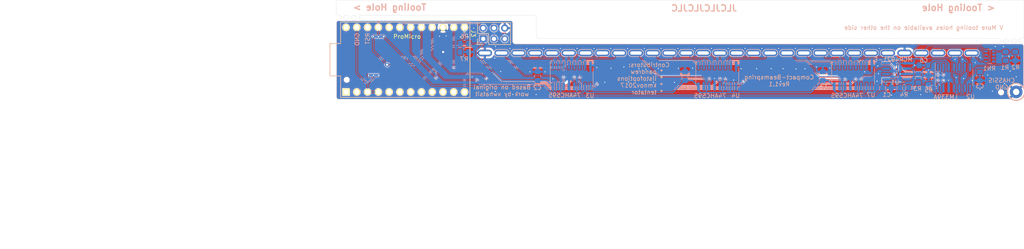
<source format=kicad_pcb>
(kicad_pcb (version 20171130) (host pcbnew 5.1.6+dfsg1-1~bpo10+1)
  (title_block (title "TH-XWhatsIt Controller pcb and optional plugboards") (date 2020-01-31) (rev 0.0.3) (company "Rainy Day Plans") (comment 1 "if plugboards are not needed, delete them ") (comment 4 "Licenced under CERN OHL Version 1.2"))
  (layers (0 F.Cu jumper hide) (31 B.Cu signal hide) (34 B.Paste user) (35 F.Paste user) (36 B.SilkS user) (37 F.SilkS user) (38 B.Mask user) (39 F.Mask user) (44 Edge.Cuts user))
  (net 0 "")
  (net 1 COL1)
  (net 2 COL2)
  (net 3 COL3)
  (net 4 COL4)
  (net 5 COL5)
  (net 6 COL6)
  (net 7 COL7)
  (net 8 COL8)
  (net 9 COL9)
  (net 10 COL10)
  (net 11 COL11)
  (net 12 COL12)
  (net 13 COL13)
  (net 14 COL14)
  (net 15 COL15)
  (net 16 COL16)
  (net 17 COL17)
  (net 18 COL18)
  (net 19 COL19)
  (net 20 COL20)
  (net 21 COL21)
  (net 22 COL22)
  (net 23 COL23)
  (net 24 SENSE1)
  (net 25 SENSE2)
  (net 26 SENSE3)
  (net 27 SENSE4)
  (net 28 SETPOINT)
  (net 29 "Net-(R4-Pad2)")
  (net 30 ROW4)
  (net 31 ROW3)
  (net 32 ROW2)
  (net 33 ROW1)
  (net 34 ROW5)
  (net 35 ROW6)
  (net 36 ROW7)
  (net 37 ROW8)
  (net 38 LOADCOL)
  (net 39 CLOCK)
  (net 40 SERIALOUT1)
  (net 41 SERIALOUT2)
  (net 42 MOSI)
  (net 43 ~SELECTDAC)
  (net 44 GNDA)
  (net 45 +5VA)
  (net 46 HEADER2)
  (net 47 HEADER3)
  (net 48 HEADER1)
  (net 49 HEADER4)
  (net 50 BIAS)
  (net 51 "Net-(U7-Pad9)")
  (net 52 RST)
  (net 53 "Net-(J1-Pad15)")
  (net 54 "Net-(U7-Pad7)")
  (net 55 +5VD)
  (net 56 GNDD)
  (net 57 "Net-(NT1-Pad2)")
  (net 58 "Net-(NT2-Pad2)")
  (net 59 "Net-(U5-Pad24)")
  (net 60 "Net-(R6-Pad2)")
  (module TH-XWhatsit:tooling_hole (layer F.Cu) (at 264.5 104.3)
    (fp_text reference REF** hide)
    (fp_text value tooling_hole hide)
    (pad "" np_thru_hole circle (at 0 0) (size 1.152 1.152) (drill 1.152) (layers *.Cu *.Mask))
  )
  (module TH-XWhatsit:tooling_hole (layer F.Cu) (at 110.15 104.3)
    (fp_text reference REF** hide)
    (fp_text value tooling_hole hide)
    (pad "" np_thru_hole circle (at 0 0) (size 1.152 1.152) (drill 1.152) (layers *.Cu *.Mask))
  )
  (module TH-XWhatsIt:tooling_hole (layer F.Cu) (at 110.15 121.2)
    (fp_text reference REF** hide)
    (fp_text value tooling_hole hide)
    (pad "" np_thru_hole circle (at 0 0) (size 1.152 1.152) (drill 1.152) (layers *.Cu *.Mask))
  )
  (module TH-XWhatsIt:tooling_hole (layer F.Cu) (at 264.5 124.15)
    (fp_text reference REF** hide)
    (fp_text value tooling_hole hide)
    (pad "" np_thru_hole circle (at 0 0) (size 1.152 1.152) (drill 1.152) (layers *.Cu *.Mask))
  )
  (module Connector_PinHeader_2.54mm:PinHeader_2x03_P2.54mm_Vertical (layer F.Cu) (at 142.34888 111.5429 90)
    (fp_text reference J3 (at 1.27 -2.33 270 unlocked) (layer F.SilkS))
    (fp_text value "EXPANSION HEADER")
    (pad 6 thru_hole oval (at 2.54 5.08 90) (size 1.7 1.7) (drill 1) (layers *.Cu *.Mask) (net 56 GNDD))
    (pad 5 thru_hole oval (at 0 5.08 90) (size 1.7 1.7) (drill 1) (layers *.Cu *.Mask) (net 46 HEADER2))
    (pad 4 thru_hole oval (at 2.54 2.54 90) (size 1.7 1.7) (drill 1) (layers *.Cu *.Mask) (net 49 HEADER4))
    (pad 3 thru_hole oval (at 0 2.54 90) (size 1.7 1.7) (drill 1) (layers *.Cu *.Mask) (net 48 HEADER1))
    (pad 2 thru_hole oval (at 2.54 0 90) (size 1.7 1.7) (drill 1) (layers *.Cu *.Mask) (net 47 HEADER3))
    (pad 1 thru_hole rect (at 0 0 90) (size 1.7 1.7) (drill 1) (layers *.Cu *.Mask) (net 55 +5VD))
  )
  (module TH-XWhatsIt:ChassisGnd (layer B.Cu) (at 268.05 124.05)
    (fp_text reference H1 hide)
    (fp_text value MountingHole_Pad)
    (pad 1 thru_hole circle (at 0 0) (size 3 3) (drill 1.5) (layers *.Cu *.Mask) (net 44 GNDA))
  )
  (module Resistor_SMD:R_0805_2012Metric_Pad1.15x1.40mm_HandSolder (layer B.Cu) (at 137.875 114.65)
    (fp_text reference R7 (at 0 1.65 unlocked) (layer B.SilkS) (effects (justify mirror)))
    (fp_text value "Not Mounted")
    (pad 2 smd roundrect (at 1.025 0) (size 1.15 1.4) (layers B.Cu B.Paste B.Mask) (roundrect_rratio 0.217391) (net 56 GNDD))
    (pad 1 smd roundrect (at -1.025 0) (size 1.15 1.4) (layers B.Cu B.Paste B.Mask) (roundrect_rratio 0.217391) (net 60 "Net-(R6-Pad2)"))
  )
  (module TH-XWhatsIt:SHORTEDR_0805_2012Metric_Pad1.15x1.40mm_HandSolder (layer B.Cu) (at 137.9 112.65 180)
    (fp_text reference R6 (at 0 1.65 unlocked) (layer B.SilkS) (effects (justify mirror)))
    (fp_text value "Not Mounted, Shorted")
    (fp_line (start -0.2 0) (end -0.5 -0.4) (layer B.Cu) (width 0.15))
    (fp_line (start 0.5 -0.4) (end 0.2 0) (layer B.Cu) (width 0.15))
    (fp_line (start 0.2 0) (end 0.5 0.4) (layer B.Cu) (width 0.15))
    (fp_line (start -0.2 0) (end 0.2 0) (layer B.Cu) (width 0.15))
    (fp_line (start -0.5 0.4) (end -0.2 0) (layer B.Cu) (width 0.15))
    (pad 2 smd roundrect (at 1.025 0 180) (size 1.15 1.4) (layers B.Cu B.Paste B.Mask) (roundrect_rratio 0.217391) (net 60 "Net-(R6-Pad2)"))
    (pad 1 smd roundrect (at -1.025 0 180) (size 1.15 1.4) (layers B.Cu B.Paste B.Mask) (roundrect_rratio 0.217391) (net 55 +5VD))
  )
  (module NetTie:NetTie-3_THT_Pad0.3mm (layer B.Cu) (at 116.42198 111.0034)
    (fp_text reference NT2 hide)
    (fp_text value Net-Tie_3)
    (fp_poly (pts (xy 0 0.3) (xy 2.4 0.3) (xy 2.4 -0.3) (xy 0 -0.3)) (layer B.Cu) (width 0))
    (fp_poly (pts (xy 0 0.3) (xy 2.4 0.3) (xy 2.4 -0.3) (xy 0 -0.3)) (layer F.Cu) (width 0))
    (pad 3 thru_hole circle (at 2.4 0) (size 0.6 0.6) (drill 0.3) (layers *.Cu) (net 45 +5VA))
    (pad 2 thru_hole circle (at 1.2 0) (size 0.6 0.6) (drill 0.3) (layers *.Cu) (net 58 "Net-(NT2-Pad2)"))
    (pad 1 thru_hole circle (at 0 0) (size 0.6 0.6) (drill 0.3) (layers *.Cu) (net 55 +5VD))
  )
  (module NetTie:NetTie-3_THT_Pad0.3mm (layer B.Cu) (at 115.30184 120.1474)
    (fp_text reference NT1 hide)
    (fp_text value Net-Tie_3)
    (fp_poly (pts (xy 0 0.3) (xy 2.4 0.3) (xy 2.4 -0.3) (xy 0 -0.3)) (layer F.Cu) (width 0))
    (fp_poly (pts (xy 0 0.3) (xy 2.4 0.3) (xy 2.4 -0.3) (xy 0 -0.3)) (layer B.Cu) (width 0))
    (pad 1 thru_hole circle (at 0 0) (size 0.6 0.6) (drill 0.3) (layers *.Cu) (net 56 GNDD))
    (pad 2 thru_hole circle (at 1.2 0) (size 0.6 0.6) (drill 0.3) (layers *.Cu) (net 57 "Net-(NT1-Pad2)"))
    (pad 3 thru_hole circle (at 2.4 0) (size 0.6 0.6) (drill 0.3) (layers *.Cu) (net 44 GNDA))
  )
  (module Resistor_SMD:R_0805_2012Metric_Pad1.15x1.40mm_HandSolder (layer B.Cu) (at 247.38296 121.20252 270)
    (fp_text reference R5 (at 2.45872 -0.03556 unlocked) (layer B.SilkS) (effects (justify mirror)))
    (fp_text value 4K7)
    (pad 2 smd roundrect (at 1.025 0 270) (size 1.15 1.4) (layers B.Cu B.Paste B.Mask) (roundrect_rratio 0.217391) (net 28 SETPOINT))
    (pad 1 smd roundrect (at -1.025 0 270) (size 1.15 1.4) (layers B.Cu B.Paste B.Mask) (roundrect_rratio 0.217391) (net 44 GNDA))
  )
  (module Resistor_SMD:R_0805_2012Metric_Pad1.15x1.40mm_HandSolder (layer B.Cu) (at 241.62732 123.05926 180)
    (fp_text reference R4 (at 0 -1.66116 unlocked) (layer B.SilkS) (effects (justify mirror)))
    (fp_text value 20K)
    (pad 2 smd roundrect (at 1.025 0 180) (size 1.15 1.4) (layers B.Cu B.Paste B.Mask) (roundrect_rratio 0.217391) (net 29 "Net-(R4-Pad2)"))
    (pad 1 smd roundrect (at -1.025 0 180) (size 1.15 1.4) (layers B.Cu B.Paste B.Mask) (roundrect_rratio 0.217391) (net 28 SETPOINT))
  )
  (module Resistor_SMD:R_0805_2012Metric_Pad1.15x1.40mm_HandSolder (layer B.Cu) (at 244.94202 120.83168 90)
    (fp_text reference R3 (at -2.46634 -0.16256 unlocked) (layer B.SilkS) (effects (justify mirror)))
    (fp_text value 20K)
    (pad 2 smd roundrect (at 1.025 0 90) (size 1.15 1.4) (layers B.Cu B.Paste B.Mask) (roundrect_rratio 0.217391) (net 45 +5VA))
    (pad 1 smd roundrect (at -1.025 0 90) (size 1.15 1.4) (layers B.Cu B.Paste B.Mask) (roundrect_rratio 0.217391) (net 28 SETPOINT))
  )
  (module Resistor_SMD:R_0805_2012Metric_Pad1.15x1.40mm_HandSolder (layer B.Cu) (at 267.85282 115.62722 90)
    (fp_text reference R2 (at -2.62382 0.04572 unlocked) (layer B.SilkS) (effects (justify mirror)))
    (fp_text value 1K)
    (pad 2 smd roundrect (at 1.025 0 90) (size 1.15 1.4) (layers B.Cu B.Paste B.Mask) (roundrect_rratio 0.217391) (net 50 BIAS))
    (pad 1 smd roundrect (at -1.025 0 90) (size 1.15 1.4) (layers B.Cu B.Paste B.Mask) (roundrect_rratio 0.217391) (net 44 GNDA))
  )
  (module Resistor_SMD:R_0805_2012Metric_Pad1.15x1.40mm_HandSolder (layer B.Cu) (at 265.5465 115.63346 90)
    (fp_text reference R1 (at -2.68108 -0.15494 unlocked) (layer B.SilkS) (effects (justify mirror)))
    (fp_text value 4K7)
    (pad 2 smd roundrect (at 1.025 0 90) (size 1.15 1.4) (layers B.Cu B.Paste B.Mask) (roundrect_rratio 0.217391) (net 50 BIAS))
    (pad 1 smd roundrect (at -1.025 0 90) (size 1.15 1.4) (layers B.Cu B.Paste B.Mask) (roundrect_rratio 0.217391) (net 45 +5VA))
  )
  (module Capacitor_SMD:C_0805_2012Metric_Pad1.15x1.40mm_HandSolder (layer B.Cu) (at 246.23234 117.76844)
    (fp_text reference C6 (at 0.00254 -1.17348 unlocked) (layer B.SilkS) (effects (justify mirror)))
    (fp_text value 0U1)
    (pad 2 smd roundrect (at 1.025 0) (size 1.15 1.4) (layers B.Cu B.Paste B.Mask) (roundrect_rratio 0.217391) (net 45 +5VA))
    (pad 1 smd roundrect (at -1.025 0) (size 1.15 1.4) (layers B.Cu B.Paste B.Mask) (roundrect_rratio 0.217391) (net 44 GNDA))
  )
  (module Capacitor_SMD:C_0805_2012Metric_Pad1.15x1.40mm_HandSolder (layer B.Cu) (at 222.43254 120.33384 270)
    (fp_text reference C5 (at 2.48158 -0.0254 unlocked) (layer B.SilkS) (effects (justify mirror)))
    (fp_text value 0U1)
    (pad 2 smd roundrect (at 1.025 0 270) (size 1.15 1.4) (layers B.Cu B.Paste B.Mask) (roundrect_rratio 0.217391) (net 55 +5VD))
    (pad 1 smd roundrect (at -1.025 0 270) (size 1.15 1.4) (layers B.Cu B.Paste B.Mask) (roundrect_rratio 0.217391) (net 56 GNDD))
  )
  (module Capacitor_SMD:C_0805_2012Metric_Pad1.15x1.40mm_HandSolder (layer B.Cu) (at 189.93172 120.33384 270)
    (fp_text reference C4 (at 2.73304 0.04928 unlocked) (layer B.SilkS) (effects (justify mirror)))
    (fp_text value 0U1)
    (pad 2 smd roundrect (at 1.025 0 270) (size 1.15 1.4) (layers B.Cu B.Paste B.Mask) (roundrect_rratio 0.217391) (net 55 +5VD))
    (pad 1 smd roundrect (at -1.025 0 270) (size 1.15 1.4) (layers B.Cu B.Paste B.Mask) (roundrect_rratio 0.217391) (net 56 GNDD))
  )
  (module Capacitor_SMD:C_0805_2012Metric_Pad1.15x1.40mm_HandSolder (layer B.Cu) (at 259.47336 120.36178 90)
    (fp_text reference C3 (at -2.32156 0.01524 unlocked) (layer B.SilkS) (effects (justify mirror)))
    (fp_text value 0U1)
    (pad 2 smd roundrect (at 1.025 0 90) (size 1.15 1.4) (layers B.Cu B.Paste B.Mask) (roundrect_rratio 0.217391) (net 45 +5VA))
    (pad 1 smd roundrect (at -1.025 0 90) (size 1.15 1.4) (layers B.Cu B.Paste B.Mask) (roundrect_rratio 0.217391) (net 44 GNDA))
  )
  (module Capacitor_SMD:C_0805_2012Metric_Pad1.15x1.40mm_HandSolder (layer B.Cu) (at 155.19214 120.33384 270)
    (fp_text reference C2 (at 2.72542 0.10516 unlocked) (layer B.SilkS) (effects (justify mirror)))
    (fp_text value 0U1)
    (pad 2 smd roundrect (at 1.025 0 270) (size 1.15 1.4) (layers B.Cu B.Paste B.Mask) (roundrect_rratio 0.217391) (net 55 +5VD))
    (pad 1 smd roundrect (at -1.025 0 270) (size 1.15 1.4) (layers B.Cu B.Paste B.Mask) (roundrect_rratio 0.217391) (net 56 GNDD))
  )
  (module Capacitor_SMD:C_0805_2012Metric_Pad1.15x1.40mm_HandSolder (layer B.Cu) (at 237.56078 123.05926 180)
    (fp_text reference C1 (at 0.04826 -1.63068 unlocked) (layer B.SilkS) (effects (justify mirror)))
    (fp_text value 0U1)
    (pad 2 smd roundrect (at 1.025 0 180) (size 1.15 1.4) (layers B.Cu B.Paste B.Mask) (roundrect_rratio 0.217391) (net 45 +5VA))
    (pad 1 smd roundrect (at -1.025 0 180) (size 1.15 1.4) (layers B.Cu B.Paste B.Mask) (roundrect_rratio 0.217391) (net 44 GNDA))
  )
  (module Package_SO:SOIC-16_3.9x9.9mm_P1.27mm (layer B.Cu) (at 197.55578 120.30336 270)
    (fp_text reference U4 (at 4.61264 -4.32816 unlocked) (layer B.SilkS) (effects (justify mirror)))
    (fp_text value 74AHC595 (at 4.66344 1.66116 unlocked) (layer B.SilkS) (effects (justify mirror)))
    (pad 1 smd roundrect (at -2.475 4.445 270) (size 1.95 0.6) (layers B.Cu B.Paste B.Mask) (net 10 COL10))
    (pad 2 smd roundrect (at -2.475 3.175 270) (size 1.95 0.6) (layers B.Cu B.Paste B.Mask) (net 11 COL11))
    (pad 3 smd roundrect (at -2.475 1.905 270) (size 1.95 0.6) (layers B.Cu B.Paste B.Mask) (net 12 COL12))
    (pad 4 smd roundrect (at -2.475 0.635 270) (size 1.95 0.6) (layers B.Cu B.Paste B.Mask) (net 13 COL13))
    (pad 5 smd roundrect (at -2.475 -0.635 270) (size 1.95 0.6) (layers B.Cu B.Paste B.Mask) (net 14 COL14))
    (pad 6 smd roundrect (at -2.475 -1.905 270) (size 1.95 0.6) (layers B.Cu B.Paste B.Mask) (net 15 COL15))
    (pad 7 smd roundrect (at -2.475 -3.175 270) (size 1.95 0.6) (layers B.Cu B.Paste B.Mask) (net 16 COL16))
    (pad 8 smd roundrect (at -2.475 -4.445 270) (size 1.95 0.6) (layers B.Cu B.Paste B.Mask) (net 56 GNDD))
    (pad 9 smd roundrect (at 2.475 -4.445 270) (size 1.95 0.6) (layers B.Cu B.Paste B.Mask) (net 41 SERIALOUT2))
    (pad 10 smd roundrect (at 2.475 -3.175 270) (size 1.95 0.6) (layers B.Cu B.Paste B.Mask) (net 55 +5VD))
    (pad 11 smd roundrect (at 2.475 -1.905 270) (size 1.95 0.6) (layers B.Cu B.Paste B.Mask) (net 39 CLOCK))
    (pad 12 smd roundrect (at 2.475 -0.635 270) (size 1.95 0.6) (layers B.Cu B.Paste B.Mask) (net 38 LOADCOL))
    (pad 13 smd roundrect (at 2.475 0.635 270) (size 1.95 0.6) (layers B.Cu B.Paste B.Mask) (net 56 GNDD))
    (pad 14 smd roundrect (at 2.475 1.905 270) (size 1.95 0.6) (layers B.Cu B.Paste B.Mask) (net 40 SERIALOUT1))
    (pad 15 smd roundrect (at 2.475 3.175 270) (size 1.95 0.6) (layers B.Cu B.Paste B.Mask) (net 9 COL9))
    (pad 16 smd roundrect (at 2.475 4.445 270) (size 1.95 0.6) (layers B.Cu B.Paste B.Mask) (net 55 +5VD))
  )
  (module TH-XWhatsIt:30-pin-universal-beamspring-connector_v2 (layer F.Cu) (at 200.15166 114.87538 180)
    (fp_text reference J1 hide)
    (fp_text value "BEAMSPRING CONNECTOR" hide)
    (pad 30 thru_hole oval (at 57.42 0 180) (size 3.42 1.55) (drill oval 2.7 0.8) (layers *.Cu *.Mask) (net 56 GNDD))
    (pad 29 thru_hole oval (at 53.46 0 180) (size 3.42 1.55) (drill oval 2.7 0.8) (layers *.Cu *.Mask) (net 1 COL1))
    (pad 28 thru_hole oval (at 49.5 0 180) (size 3.42 1.55) (drill oval 2.7 0.8) (layers *.Cu *.Mask) (net 2 COL2))
    (pad 27 thru_hole oval (at 45.54 0 180) (size 3.42 1.55) (drill oval 2.7 0.8) (layers *.Cu *.Mask) (net 3 COL3))
    (pad 26 thru_hole oval (at 41.58 0 180) (size 3.42 1.55) (drill oval 2.7 0.8) (layers *.Cu *.Mask) (net 4 COL4))
    (pad 25 thru_hole oval (at 37.62 0 180) (size 3.42 1.55) (drill oval 2.7 0.8) (layers *.Cu *.Mask) (net 5 COL5))
    (pad 24 thru_hole oval (at 33.66 0 180) (size 3.42 1.55) (drill oval 2.7 0.8) (layers *.Cu *.Mask) (net 6 COL6))
    (pad 23 thru_hole oval (at 29.7 0 180) (size 3.42 1.55) (drill oval 2.7 0.8) (layers *.Cu *.Mask) (net 7 COL7))
    (pad 22 thru_hole oval (at 25.74 0 180) (size 3.42 1.55) (drill oval 2.7 0.8) (layers *.Cu *.Mask) (net 8 COL8))
    (pad 21 thru_hole oval (at 21.78 0 180) (size 3.42 1.55) (drill oval 2.7 0.8) (layers *.Cu *.Mask) (net 9 COL9))
    (pad 20 thru_hole oval (at 17.82 0 180) (size 3.42 1.55) (drill oval 2.7 0.8) (layers *.Cu *.Mask) (net 10 COL10))
    (pad 19 thru_hole oval (at 13.86 0 180) (size 3.42 1.55) (drill oval 2.7 0.8) (layers *.Cu *.Mask) (net 11 COL11))
    (pad 18 thru_hole oval (at 9.9 0 180) (size 3.42 1.55) (drill oval 2.7 0.8) (layers *.Cu *.Mask) (net 12 COL12))
    (pad 17 thru_hole oval (at 5.94 0 180) (size 3.42 1.55) (drill oval 2.7 0.8) (layers *.Cu *.Mask) (net 13 COL13))
    (pad 16 thru_hole oval (at 1.98 0 180) (size 3.42 1.55) (drill oval 2.7 0.8) (layers *.Cu *.Mask) (net 14 COL14))
    (pad 15 thru_hole oval (at -1.98 0 180) (size 3.42 1.55) (drill oval 2.7 0.8) (layers *.Cu *.Mask) (net 53 "Net-(J1-Pad15)"))
    (pad 14 thru_hole oval (at -5.94 0 180) (size 3.42 1.55) (drill oval 2.7 0.8) (layers *.Cu *.Mask) (net 15 COL15))
    (pad 13 thru_hole oval (at -9.9 0 180) (size 3.42 1.55) (drill oval 2.7 0.8) (layers *.Cu *.Mask) (net 16 COL16))
    (pad 12 thru_hole oval (at -13.86 0 180) (size 3.42 1.55) (drill oval 2.7 0.8) (layers *.Cu *.Mask) (net 17 COL17))
    (pad 11 thru_hole oval (at -17.82 0 180) (size 3.42 1.55) (drill oval 2.7 0.8) (layers *.Cu *.Mask) (net 18 COL18))
    (pad 10 thru_hole oval (at -21.78 0 180) (size 3.42 1.55) (drill oval 2.7 0.8) (layers *.Cu *.Mask) (net 19 COL19))
    (pad 9 thru_hole oval (at -25.74 0 180) (size 3.42 1.55) (drill oval 2.7 0.8) (layers *.Cu *.Mask) (net 20 COL20))
    (pad 8 thru_hole oval (at -29.7 0 180) (size 3.42 1.55) (drill oval 2.7 0.8) (layers *.Cu *.Mask) (net 21 COL21))
    (pad 7 thru_hole oval (at -33.66 0 180) (size 3.42 1.55) (drill oval 2.7 0.8) (layers *.Cu *.Mask) (net 22 COL22))
    (pad 6 thru_hole oval (at -37.62 0 180) (size 3.42 1.55) (drill oval 2.7 0.8) (layers *.Cu *.Mask) (net 23 COL23))
    (pad 5 thru_hole oval (at -41.58 0 180) (size 3.42 1.55) (drill oval 2.7 0.8) (layers *.Cu *.Mask) (net 56 GNDD))
    (pad 4 thru_hole oval (at -45.54 0 180) (size 3.42 1.55) (drill oval 2.7 0.8) (layers *.Cu *.Mask) (net 27 SENSE4))
    (pad 3 thru_hole oval (at -49.5 0 180) (size 3.42 1.55) (drill oval 2.7 0.8) (layers *.Cu *.Mask) (net 26 SENSE3))
    (pad 2 thru_hole oval (at -53.46 0 180) (size 3.42 1.55) (drill oval 2.7 0.8) (layers *.Cu *.Mask) (net 25 SENSE2))
    (pad 1 thru_hole oval (at -57.42 0 180) (size 3.42 1.55) (drill oval 2.7 0.8) (layers *.Cu *.Mask) (net 24 SENSE1))
  )
  (module Resistor_SMD:R_Array_Convex_4x0603 (layer B.Cu) (at 261.85572 115.68818 180)
    (fp_text reference RN1 (at 0.12192 -2.82448 unlocked) (layer B.SilkS) (effects (justify mirror)))
    (fp_text value 100K hide)
    (pad 5 smd rect (at 0.9 -1.2 180) (size 0.8 0.5) (layers B.Cu B.Paste B.Mask) (net 24 SENSE1))
    (pad 6 smd rect (at 0.9 -0.4 180) (size 0.8 0.4) (layers B.Cu B.Paste B.Mask) (net 25 SENSE2))
    (pad 8 smd rect (at 0.9 1.2 180) (size 0.8 0.5) (layers B.Cu B.Paste B.Mask) (net 27 SENSE4))
    (pad 7 smd rect (at 0.9 0.4 180) (size 0.8 0.4) (layers B.Cu B.Paste B.Mask) (net 26 SENSE3))
    (pad 4 smd rect (at -0.9 -1.2 180) (size 0.8 0.5) (layers B.Cu B.Paste B.Mask) (net 50 BIAS))
    (pad 2 smd rect (at -0.9 0.4 180) (size 0.8 0.4) (layers B.Cu B.Paste B.Mask) (net 50 BIAS))
    (pad 3 smd rect (at -0.9 -0.4 180) (size 0.8 0.4) (layers B.Cu B.Paste B.Mask) (net 50 BIAS))
    (pad 1 smd rect (at -0.9 1.2 180) (size 0.8 0.5) (layers B.Cu B.Paste B.Mask) (net 50 BIAS))
  )
  (module promicro:ProMicro (layer F.Cu) (at 123.9669 116.44662)
    (fp_text reference U5 hide)
    (fp_text value ProMicro (at 0.43434 -5.4549 unlocked) (layer F.SilkS))
    (pad 1 thru_hole rect (at -13.97 7.62) (size 1.6 1.6) (drill 1.1) (layers *.Cu *.Mask F.SilkS) (net 48 HEADER1))
    (pad 2 thru_hole circle (at -11.43 7.62) (size 1.6 1.6) (drill 1.1) (layers *.Cu *.Mask F.SilkS) (net 46 HEADER2))
    (pad 3 thru_hole circle (at -8.89 7.62) (size 1.6 1.6) (drill 1.1) (layers *.Cu *.Mask F.SilkS) (net 57 "Net-(NT1-Pad2)"))
    (pad 4 thru_hole circle (at -6.35 7.62) (size 1.6 1.6) (drill 1.1) (layers *.Cu *.Mask F.SilkS) (net 57 "Net-(NT1-Pad2)"))
    (pad 5 thru_hole circle (at -3.81 7.62) (size 1.6 1.6) (drill 1.1) (layers *.Cu *.Mask F.SilkS) (net 37 ROW8))
    (pad 6 thru_hole circle (at -1.27 7.62) (size 1.6 1.6) (drill 1.1) (layers *.Cu *.Mask F.SilkS) (net 36 ROW7))
    (pad 7 thru_hole circle (at 1.27 7.62) (size 1.6 1.6) (drill 1.1) (layers *.Cu *.Mask F.SilkS) (net 32 ROW2))
    (pad 8 thru_hole circle (at 3.81 7.62) (size 1.6 1.6) (drill 1.1) (layers *.Cu *.Mask F.SilkS) (net 34 ROW5))
    (pad 9 thru_hole circle (at 6.35 7.62) (size 1.6 1.6) (drill 1.1) (layers *.Cu *.Mask F.SilkS) (net 30 ROW4))
    (pad 10 thru_hole circle (at 8.89 7.62) (size 1.6 1.6) (drill 1.1) (layers *.Cu *.Mask F.SilkS) (net 35 ROW6))
    (pad 11 thru_hole circle (at 11.43 7.62) (size 1.6 1.6) (drill 1.1) (layers *.Cu *.Mask F.SilkS) (net 31 ROW3))
    (pad 12 thru_hole circle (at 13.97 7.62) (size 1.6 1.6) (drill 1.1) (layers *.Cu *.Mask F.SilkS) (net 33 ROW1))
    (pad 13 thru_hole circle (at 13.97 -7.62) (size 1.6 1.6) (drill 1.1) (layers *.Cu *.Mask F.SilkS) (net 60 "Net-(R6-Pad2)"))
    (pad 14 thru_hole circle (at 11.43 -7.62) (size 1.6 1.6) (drill 1.1) (layers *.Cu *.Mask F.SilkS) (net 42 MOSI))
    (pad 15 thru_hole circle (at 8.89 -7.62) (size 1.6 1.6) (drill 1.1) (layers *.Cu *.Mask F.SilkS) (net 56 GNDD))
    (pad 16 thru_hole circle (at 6.35 -7.62) (size 1.6 1.6) (drill 1.1) (layers *.Cu *.Mask F.SilkS) (net 39 CLOCK))
    (pad 17 thru_hole circle (at 3.81 -7.62) (size 1.6 1.6) (drill 1.1) (layers *.Cu *.Mask F.SilkS) (net 38 LOADCOL))
    (pad 18 thru_hole circle (at 1.27 -7.62) (size 1.6 1.6) (drill 1.1) (layers *.Cu *.Mask F.SilkS) (net 43 ~SELECTDAC))
    (pad 19 thru_hole circle (at -1.27 -7.62) (size 1.6 1.6) (drill 1.1) (layers *.Cu *.Mask F.SilkS) (net 47 HEADER3))
    (pad 20 thru_hole circle (at -3.81 -7.62) (size 1.6 1.6) (drill 1.1) (layers *.Cu *.Mask F.SilkS) (net 49 HEADER4))
    (pad 21 thru_hole circle (at -6.35 -7.62) (size 1.6 1.6) (drill 1.1) (layers *.Cu *.Mask F.SilkS) (net 58 "Net-(NT2-Pad2)"))
    (pad 22 thru_hole circle (at -8.89 -7.62) (size 1.6 1.6) (drill 1.1) (layers *.Cu *.Mask F.SilkS) (net 52 RST))
    (pad 23 thru_hole circle (at -11.43 -7.62) (size 1.6 1.6) (drill 1.1) (layers *.Cu *.Mask F.SilkS) (net 57 "Net-(NT1-Pad2)"))
    (pad 24 thru_hole circle (at -13.97 -7.62) (size 1.6 1.6) (drill 1.1) (layers *.Cu *.Mask F.SilkS) (net 59 "Net-(U5-Pad24)"))
  )
  (module Package_SO:SOIC-8_3.9x4.9mm_P1.27mm (layer B.Cu) (at 239.82138 119.19338)
    (fp_text reference U1 (at -0.36068 2.5654 unlocked) (layer B.SilkS) (effects (justify mirror)))
    (fp_text value MCP4921-E (at -0.762 -2.77622 unlocked) (layer B.SilkS) (effects (justify mirror)))
    (pad 8 smd roundrect (at 2.475 1.905) (size 1.95 0.6) (layers B.Cu B.Paste B.Mask) (net 29 "Net-(R4-Pad2)"))
    (pad 7 smd roundrect (at 2.475 0.635) (size 1.95 0.6) (layers B.Cu B.Paste B.Mask) (net 44 GNDA))
    (pad 6 smd roundrect (at 2.475 -0.635) (size 1.95 0.6) (layers B.Cu B.Paste B.Mask) (net 45 +5VA))
    (pad 5 smd roundrect (at 2.475 -1.905) (size 1.95 0.6) (layers B.Cu B.Paste B.Mask) (net 44 GNDA))
    (pad 4 smd roundrect (at -2.475 -1.905) (size 1.95 0.6) (layers B.Cu B.Paste B.Mask) (net 42 MOSI))
    (pad 3 smd roundrect (at -2.475 -0.635) (size 1.95 0.6) (layers B.Cu B.Paste B.Mask) (net 39 CLOCK))
    (pad 2 smd roundrect (at -2.475 0.635) (size 1.95 0.6) (layers B.Cu B.Paste B.Mask) (net 43 ~SELECTDAC))
    (pad 1 smd roundrect (at -2.475 1.905) (size 1.95 0.6) (layers B.Cu B.Paste B.Mask) (net 45 +5VA))
  )
  (module Package_SO:SOIC-16_3.9x9.9mm_P1.27mm (layer B.Cu) (at 229.58772 120.30336 270)
    (fp_text reference U7 (at 4.45262 -4.21894 unlocked) (layer B.SilkS) (effects (justify mirror)))
    (fp_text value 74AHC595 (at 4.60248 1.37922 unlocked) (layer B.SilkS) (effects (justify mirror)))
    (pad 16 smd roundrect (at 2.475 4.445 270) (size 1.95 0.6) (layers B.Cu B.Paste B.Mask) (net 55 +5VD))
    (pad 15 smd roundrect (at 2.475 3.175 270) (size 1.95 0.6) (layers B.Cu B.Paste B.Mask) (net 17 COL17))
    (pad 14 smd roundrect (at 2.475 1.905 270) (size 1.95 0.6) (layers B.Cu B.Paste B.Mask) (net 41 SERIALOUT2))
    (pad 13 smd roundrect (at 2.475 0.635 270) (size 1.95 0.6) (layers B.Cu B.Paste B.Mask) (net 56 GNDD))
    (pad 12 smd roundrect (at 2.475 -0.635 270) (size 1.95 0.6) (layers B.Cu B.Paste B.Mask) (net 38 LOADCOL))
    (pad 11 smd roundrect (at 2.475 -1.905 270) (size 1.95 0.6) (layers B.Cu B.Paste B.Mask) (net 39 CLOCK))
    (pad 10 smd roundrect (at 2.475 -3.175 270) (size 1.95 0.6) (layers B.Cu B.Paste B.Mask) (net 55 +5VD))
    (pad 9 smd roundrect (at 2.475 -4.445 270) (size 1.95 0.6) (layers B.Cu B.Paste B.Mask) (net 51 "Net-(U7-Pad9)"))
    (pad 8 smd roundrect (at -2.475 -4.445 270) (size 1.95 0.6) (layers B.Cu B.Paste B.Mask) (net 56 GNDD))
    (pad 7 smd roundrect (at -2.475 -3.175 270) (size 1.95 0.6) (layers B.Cu B.Paste B.Mask) (net 54 "Net-(U7-Pad7)"))
    (pad 6 smd roundrect (at -2.475 -1.905 270) (size 1.95 0.6) (layers B.Cu B.Paste B.Mask) (net 23 COL23))
    (pad 5 smd roundrect (at -2.475 -0.635 270) (size 1.95 0.6) (layers B.Cu B.Paste B.Mask) (net 22 COL22))
    (pad 4 smd roundrect (at -2.475 0.635 270) (size 1.95 0.6) (layers B.Cu B.Paste B.Mask) (net 21 COL21))
    (pad 3 smd roundrect (at -2.475 1.905 270) (size 1.95 0.6) (layers B.Cu B.Paste B.Mask) (net 20 COL20))
    (pad 2 smd roundrect (at -2.475 3.175 270) (size 1.95 0.6) (layers B.Cu B.Paste B.Mask) (net 19 COL19))
    (pad 1 smd roundrect (at -2.475 4.445 270) (size 1.95 0.6) (layers B.Cu B.Paste B.Mask) (net 18 COL18))
  )
  (module Package_SO:SOIC-14_3.9x8.7mm_P1.27mm (layer B.Cu) (at 253.40276 120.71992 270)
    (fp_text reference U2 (at 4.47294 -3.87858 unlocked) (layer B.SilkS) (effects (justify mirror)))
    (fp_text value LM339A (at 4.5339 1.97104 unlocked) (layer B.SilkS) (effects (justify mirror)))
    (pad 1 smd roundrect (at -2.475 3.81 270) (size 1.95 0.6) (layers B.Cu B.Paste B.Mask) (net 33 ROW1))
    (pad 2 smd roundrect (at -2.475 2.54 270) (size 1.95 0.6) (layers B.Cu B.Paste B.Mask) (net 32 ROW2))
    (pad 3 smd roundrect (at -2.475 1.27 270) (size 1.95 0.6) (layers B.Cu B.Paste B.Mask) (net 45 +5VA))
    (pad 4 smd roundrect (at -2.475 0 270) (size 1.95 0.6) (layers B.Cu B.Paste B.Mask) (net 28 SETPOINT))
    (pad 5 smd roundrect (at -2.475 -1.27 270) (size 1.95 0.6) (layers B.Cu B.Paste B.Mask) (net 25 SENSE2))
    (pad 6 smd roundrect (at -2.475 -2.54 270) (size 1.95 0.6) (layers B.Cu B.Paste B.Mask) (net 28 SETPOINT))
    (pad 7 smd roundrect (at -2.475 -3.81 270) (size 1.95 0.6) (layers B.Cu B.Paste B.Mask) (net 24 SENSE1))
    (pad 8 smd roundrect (at 2.475 -3.81 270) (size 1.95 0.6) (layers B.Cu B.Paste B.Mask) (net 28 SETPOINT))
    (pad 9 smd roundrect (at 2.475 -2.54 270) (size 1.95 0.6) (layers B.Cu B.Paste B.Mask) (net 26 SENSE3))
    (pad 10 smd roundrect (at 2.475 -1.27 270) (size 1.95 0.6) (layers B.Cu B.Paste B.Mask) (net 28 SETPOINT))
    (pad 11 smd roundrect (at 2.475 0 270) (size 1.95 0.6) (layers B.Cu B.Paste B.Mask) (net 27 SENSE4))
    (pad 12 smd roundrect (at 2.475 1.27 270) (size 1.95 0.6) (layers B.Cu B.Paste B.Mask) (net 44 GNDA))
    (pad 13 smd roundrect (at 2.475 2.54 270) (size 1.95 0.6) (layers B.Cu B.Paste B.Mask) (net 30 ROW4))
    (pad 14 smd roundrect (at 2.475 3.81 270) (size 1.95 0.6) (layers B.Cu B.Paste B.Mask) (net 31 ROW3))
  )
  (module Package_SO:SOIC-16_3.9x9.9mm_P1.27mm (layer B.Cu) (at 163.2099 120.30336 270)
    (fp_text reference U3 (at 4.63804 -4.3307 unlocked) (layer B.SilkS) (effects (justify mirror)))
    (fp_text value 74AHC595 (at 4.54914 1.62814 unlocked) (layer B.SilkS) (effects (justify mirror)))
    (pad 16 smd roundrect (at 2.475 4.445 270) (size 1.95 0.6) (layers B.Cu B.Paste B.Mask) (net 55 +5VD))
    (pad 15 smd roundrect (at 2.475 3.175 270) (size 1.95 0.6) (layers B.Cu B.Paste B.Mask) (net 1 COL1))
    (pad 14 smd roundrect (at 2.475 1.905 270) (size 1.95 0.6) (layers B.Cu B.Paste B.Mask) (net 42 MOSI))
    (pad 13 smd roundrect (at 2.475 0.635 270) (size 1.95 0.6) (layers B.Cu B.Paste B.Mask) (net 56 GNDD))
    (pad 12 smd roundrect (at 2.475 -0.635 270) (size 1.95 0.6) (layers B.Cu B.Paste B.Mask) (net 38 LOADCOL))
    (pad 11 smd roundrect (at 2.475 -1.905 270) (size 1.95 0.6) (layers B.Cu B.Paste B.Mask) (net 39 CLOCK))
    (pad 10 smd roundrect (at 2.475 -3.175 270) (size 1.95 0.6) (layers B.Cu B.Paste B.Mask) (net 55 +5VD))
    (pad 9 smd roundrect (at 2.475 -4.445 270) (size 1.95 0.6) (layers B.Cu B.Paste B.Mask) (net 40 SERIALOUT1))
    (pad 8 smd roundrect (at -2.475 -4.445 270) (size 1.95 0.6) (layers B.Cu B.Paste B.Mask) (net 56 GNDD))
    (pad 7 smd roundrect (at -2.475 -3.175 270) (size 1.95 0.6) (layers B.Cu B.Paste B.Mask) (net 8 COL8))
    (pad 6 smd roundrect (at -2.475 -1.905 270) (size 1.95 0.6) (layers B.Cu B.Paste B.Mask) (net 7 COL7))
    (pad 5 smd roundrect (at -2.475 -0.635 270) (size 1.95 0.6) (layers B.Cu B.Paste B.Mask) (net 6 COL6))
    (pad 4 smd roundrect (at -2.475 0.635 270) (size 1.95 0.6) (layers B.Cu B.Paste B.Mask) (net 5 COL5))
    (pad 3 smd roundrect (at -2.475 1.905 270) (size 1.95 0.6) (layers B.Cu B.Paste B.Mask) (net 4 COL4))
    (pad 2 smd roundrect (at -2.475 3.175 270) (size 1.95 0.6) (layers B.Cu B.Paste B.Mask) (net 3 COL3))
    (pad 1 smd roundrect (at -2.475 4.445 270) (size 1.95 0.6) (layers B.Cu B.Paste B.Mask) (net 2 COL2))
  )
  (gr_text "V More tooling holes available on the other side" (at 246.25 108.9) (layer B.SilkS) (effects (font (size 1 1)) (justify mirror)))
  (gr_line (start 154.9 110.85) (end 154.9 106.55) (layer Edge.Cuts) (width 0.05))
  (gr_arc (start 154.3 106.55) (end 154.9 106.55) (angle -90) (layer Edge.Cuts) (width 0.05))
  (gr_arc (start 155.5 110.85) (end 154.9 110.85) (angle -90) (layer Edge.Cuts) (width 0.05))
  (gr_line (start 263.9 111.45) (end 155.5 111.45) (layer Edge.Cuts) (width 0.05))
  (gr_text "< Tooling Hole" (at 254.45 104.2) (layer B.SilkS) (effects (font (size 1.5 1.5) (thickness 0.3)) (justify mirror)))
  (gr_line (start 269.9 103) (end 269.9 110.85) (layer Edge.Cuts) (width 0.05))
  (gr_arc (start 269.3 110.85) (end 269.3 111.45) (angle -90) (layer Edge.Cuts) (width 0.05))
  (gr_arc (start 269.3 112.05) (end 269.3 111.45) (angle -180) (layer Edge.Cuts) (width 0.05))
  (gr_arc (start 267.5 112.05) (end 267.5 112.65) (angle -180) (layer Edge.Cuts) (width 0.05))
  (gr_arc (start 265.7 112.05) (end 265.7 112.65) (angle -180) (layer Edge.Cuts) (width 0.05))
  (gr_arc (start 267.5 112.05) (end 267.5 111.45) (angle -180) (layer Edge.Cuts) (width 0.05))
  (gr_arc (start 265.7 112.05) (end 265.7 111.45) (angle -180) (layer Edge.Cuts) (width 0.05))
  (gr_arc (start 263.9 112.05) (end 263.9 112.65) (angle -180) (layer Edge.Cuts) (width 0.05))
  (gr_line (start 107.65 103) (end 107.65 105.35) (layer Edge.Cuts) (width 0.05))
  (gr_arc (start 108.25 103) (end 108.25 102.4) (angle -90) (layer Edge.Cuts) (width 0.05))
  (gr_arc (start 108.25 105.35) (end 107.65 105.35) (angle -90) (layer Edge.Cuts) (width 0.05))
  (gr_text JLCJLCJLCJLC (at 194.45 104.3) (layer B.SilkS) (effects (font (size 1.5 1.5) (thickness 0.3)) (justify mirror)))
  (gr_arc (start 269.3 103) (end 269.9 103) (angle -90) (layer Edge.Cuts) (width 0.05))
  (gr_line (start 113.65 105.95) (end 154.3 105.95) (layer Edge.Cuts) (width 0.05))
  (gr_text "Tooling Hole >" (at 120.3 104.1) (layer B.SilkS) (effects (font (size 1.5 1.5) (thickness 0.3)) (justify mirror)))
  (gr_arc (start 111.85 106.55) (end 111.85 107.15) (angle -180) (layer Edge.Cuts) (width 0.05))
  (gr_arc (start 110.05 106.55) (end 110.05 107.15) (angle -180) (layer Edge.Cuts) (width 0.05))
  (gr_arc (start 113.65 106.55) (end 113.65 105.95) (angle -180) (layer Edge.Cuts) (width 0.05))
  (gr_arc (start 111.85 106.55) (end 111.85 105.95) (angle -180) (layer Edge.Cuts) (width 0.05))
  (gr_arc (start 108.25 106.55) (end 108.25 107.15) (angle -180) (layer Edge.Cuts) (width 0.05))
  (gr_arc (start 110.05 106.55) (end 110.05 105.95) (angle -180) (layer Edge.Cuts) (width 0.05))
  (gr_line (start 269.3 102.4) (end 108.25 102.4) (layer Edge.Cuts) (width 0.05))
  (gr_text "Based on original\nwork by xwhatsit" (at 146.8 123.75) (layer B.SilkS) (effects (font (size 1 1)) (justify mirror)))
  (gr_text GND (at 112.6 111.65 90) (layer B.SilkS) (effects (font (size 1 1)) (justify mirror)))
  (gr_text RST (at 115.1 111.5 90) (layer B.SilkS) (effects (font (size 1 1)) (justify mirror)))
  (gr_text "Compact-Beamspring\nRev1.1" (at 212.15 121.4) (layer B.SilkS) (effects (font (size 1 1)) (justify mirror)))
  (gr_text "Contributors:\n  * pandrew\n  * listofoptions\n  * kmnov2017\n  * tentator" (at 186.4 120.9) (layer B.SilkS) (effects (font (size 1 1)) (justify left mirror)))
  (gr_text "CHASSIS\nGND" (at 264.65 122.15) (layer B.SilkS) (effects (font (size 1 1)) (justify mirror)))
  (gr_arc (start 150 112.05) (end 149.4 112.05) (angle -90) (layer Edge.Cuts) (width 0.05))
  (gr_arc (start 148.8 107.75) (end 149.4 107.75) (angle -90) (layer Edge.Cuts) (width 0.05))
  (gr_arc (start 108.25 107.75) (end 108.25 107.15) (angle -90) (layer Edge.Cuts) (width 0.05))
  (gr_arc (start 108.25 125.3) (end 107.65 125.3) (angle -90) (layer Edge.Cuts) (width 0.05))
  (gr_arc (start 269.3 125.3) (end 269.3 125.9) (angle -90) (layer Edge.Cuts) (width 0.05))
  (gr_arc (start 269.3 113.25) (end 269.9 113.25) (angle -90) (layer Edge.Cuts) (width 0.05))
  (gr_line (start 149.4 112.05) (end 149.4 107.75) (layer Edge.Cuts) (width 0.05))
  (gr_line (start 113.65 107.15) (end 148.8 107.15) (layer Edge.Cuts) (width 0.05))
  (gr_line (start 107.65 125.3) (end 107.65 107.75) (layer Edge.Cuts) (width 0.05))
  (gr_line (start 158.65 125.9) (end 108.25 125.9) (layer Edge.Cuts) (width 0.05))
  (gr_line (start 239.9 112.65) (end 150 112.65) (layer Edge.Cuts) (width 0.05))
  (gr_line (start 263.9 112.65) (end 239.9 112.65) (layer Edge.Cuts) (width 0.05))
  (gr_line (start 269.9 125.3) (end 269.9 113.25) (layer Edge.Cuts) (width 0.05))
  (gr_line (start 169.15 125.9) (end 269.3 125.9) (layer Edge.Cuts) (width 0.05))
  (gr_line (start 158.65 125.9) (end 169.15 125.9) (layer Edge.Cuts) (width 0.05))
  (segment (start 146.69166 114.87538) (end 152.07646 120.26018) (width 0.1524) (layer B.Cu) (net 1))
  (segment (start 152.07646 120.26018) (end 159.18654 120.26018) (width 0.1524) (layer B.Cu) (net 1))
  (segment (start 160.0349 121.10854) (end 160.0349 122.77836) (width 0.1524) (layer B.Cu) (net 1))
  (segment (start 159.18654 120.26018) (end 160.0349 121.10854) (width 0.1524) (layer B.Cu) (net 1))
  (segment (start 150.65166 114.87538) (end 151.96008 116.1838) (width 0.1524) (layer B.Cu) (net 2))
  (segment (start 151.96008 116.1838) (end 158.2369 116.1838) (width 0.1524) (layer B.Cu) (net 2))
  (segment (start 158.7649 116.7118) (end 158.7649 117.82836) (width 0.1524) (layer B.Cu) (net 2))
  (segment (start 158.2369 116.1838) (end 158.7649 116.7118) (width 0.1524) (layer B.Cu) (net 2))
  (segment (start 160.0349 117.82836) (end 160.0349 116.22666) (width 0.1524) (layer B.Cu) (net 3))
  (segment (start 159.68723 115.87899) (end 155.61527 115.87899) (width 0.1524) (layer B.Cu) (net 3))
  (segment (start 155.61527 115.87899) (end 154.61166 114.87538) (width 0.1524) (layer B.Cu) (net 3))
  (segment (start 160.0349 116.22666) (end 159.68723 115.87899) (width 0.1524) (layer B.Cu) (net 3))
  (segment (start 161.3049 117.82836) (end 161.3049 116.002938) (width 0.1524) (layer B.Cu) (net 4))
  (segment (start 160.177342 114.87538) (end 158.57166 114.87538) (width 0.1524) (layer B.Cu) (net 4))
  (segment (start 161.3049 116.002938) (end 160.177342 114.87538) (width 0.1524) (layer B.Cu) (net 4))
  (segment (start 162.53166 117.78512) (end 162.5749 117.82836) (width 0.1524) (layer B.Cu) (net 5))
  (segment (start 162.53166 114.87538) (end 162.53166 117.78512) (width 0.1524) (layer B.Cu) (net 5))
  (segment (start 163.8449 117.82836) (end 163.8449 116.17586) (width 0.1524) (layer B.Cu) (net 6))
  (segment (start 165.14538 114.87538) (end 166.49166 114.87538) (width 0.1524) (layer B.Cu) (net 6))
  (segment (start 163.8449 116.17586) (end 165.14538 114.87538) (width 0.1524) (layer B.Cu) (net 6))
  (segment (start 165.1149 117.82836) (end 165.1149 116.35905) (width 0.1524) (layer B.Cu) (net 7))
  (segment (start 169.44805 115.87899) (end 170.45166 114.87538) (width 0.1524) (layer B.Cu) (net 7))
  (segment (start 165.59496 115.87899) (end 169.44805 115.87899) (width 0.1524) (layer B.Cu) (net 7))
  (segment (start 165.1149 116.35905) (end 165.59496 115.87899) (width 0.1524) (layer B.Cu) (net 7))
  (segment (start 173.10324 116.1838) (end 174.41166 114.87538) (width 0.1524) (layer B.Cu) (net 8))
  (segment (start 167.05446 116.1838) (end 173.10324 116.1838) (width 0.1524) (layer B.Cu) (net 8))
  (segment (start 166.3849 116.85336) (end 167.05446 116.1838) (width 0.1524) (layer B.Cu) (net 8))
  (segment (start 166.3849 117.82836) (end 166.3849 116.85336) (width 0.1524) (layer B.Cu) (net 8))
  (segment (start 178.37166 114.87538) (end 183.90886 120.41258) (width 0.1524) (layer B.Cu) (net 9))
  (segment (start 183.90886 120.41258) (end 193.73308 120.41258) (width 0.1524) (layer B.Cu) (net 9))
  (segment (start 194.38078 121.06028) (end 194.38078 122.77836) (width 0.1524) (layer B.Cu) (net 9))
  (segment (start 193.73308 120.41258) (end 194.38078 121.06028) (width 0.1524) (layer B.Cu) (net 9))
  (segment (start 182.33166 114.87538) (end 183.94489 116.48861) (width 0.1524) (layer B.Cu) (net 10))
  (segment (start 191.77103 116.48861) (end 193.11078 117.82836) (width 0.1524) (layer B.Cu) (net 10))
  (segment (start 183.94489 116.48861) (end 191.77103 116.48861) (width 0.1524) (layer B.Cu) (net 10))
  (segment (start 187.60008 116.1838) (end 186.29166 114.87538) (width 0.1524) (layer B.Cu) (net 11))
  (segment (start 193.71122 116.1838) (end 187.60008 116.1838) (width 0.1524) (layer B.Cu) (net 11))
  (segment (start 194.38078 116.85336) (end 193.71122 116.1838) (width 0.1524) (layer B.Cu) (net 11))
  (segment (start 194.38078 117.82836) (end 194.38078 116.85336) (width 0.1524) (layer B.Cu) (net 11))
  (segment (start 191.25527 115.87899) (end 190.25166 114.87538) (width 0.1524) (layer B.Cu) (net 12))
  (segment (start 194.67641 115.87899) (end 191.25527 115.87899) (width 0.1524) (layer B.Cu) (net 12))
  (segment (start 195.65078 116.85336) (end 194.67641 115.87899) (width 0.1524) (layer B.Cu) (net 12))
  (segment (start 195.65078 117.82836) (end 195.65078 116.85336) (width 0.1524) (layer B.Cu) (net 12))
  (segment (start 196.92078 117.82836) (end 196.92078 116.08188) (width 0.1524) (layer B.Cu) (net 13))
  (segment (start 195.71428 114.87538) (end 194.21166 114.87538) (width 0.1524) (layer B.Cu) (net 13))
  (segment (start 196.92078 116.08188) (end 195.71428 114.87538) (width 0.1524) (layer B.Cu) (net 13))
  (segment (start 198.19078 114.8945) (end 198.17166 114.87538) (width 0.1524) (layer B.Cu) (net 14))
  (segment (start 198.19078 117.82836) (end 198.19078 114.8945) (width 0.1524) (layer B.Cu) (net 14))
  (segment (start 205.08805 115.87899) (end 206.09166 114.87538) (width 0.1524) (layer B.Cu) (net 15))
  (segment (start 200.43515 115.87899) (end 205.08805 115.87899) (width 0.1524) (layer B.Cu) (net 15))
  (segment (start 199.46078 116.85336) (end 200.43515 115.87899) (width 0.1524) (layer B.Cu) (net 15))
  (segment (start 199.46078 117.82836) (end 199.46078 116.85336) (width 0.1524) (layer B.Cu) (net 15))
  (segment (start 201.40034 116.1838) (end 208.74324 116.1838) (width 0.1524) (layer B.Cu) (net 16))
  (segment (start 208.74324 116.1838) (end 210.05166 114.87538) (width 0.1524) (layer B.Cu) (net 16))
  (segment (start 200.73078 116.85336) (end 201.40034 116.1838) (width 0.1524) (layer B.Cu) (net 16))
  (segment (start 200.73078 117.82836) (end 200.73078 116.85336) (width 0.1524) (layer B.Cu) (net 16))
  (segment (start 214.01166 114.87538) (end 214.60172 114.87538) (width 0.1524) (layer B.Cu) (net 17))
  (segment (start 214.60172 114.87538) (end 216.42544 116.6991) (width 0.1524) (layer B.Cu) (net 17))
  (segment (start 216.42544 116.6991) (end 218.61492 116.6991) (width 0.1524) (layer B.Cu) (net 17))
  (segment (start 218.61492 116.6991) (end 220.5377 118.62188) (width 0.1524) (layer B.Cu) (net 17))
  (segment (start 220.5377 118.62188) (end 220.5377 119.28482) (width 0.1524) (layer B.Cu) (net 17))
  (segment (start 220.5377 119.28482) (end 221.6426 120.38972) (width 0.1524) (layer B.Cu) (net 17))
  (segment (start 221.6426 120.38972) (end 225.7955 120.38972) (width 0.1524) (layer B.Cu) (net 17))
  (segment (start 226.41272 121.00694) (end 226.41272 122.77836) (width 0.1524) (layer B.Cu) (net 17))
  (segment (start 225.7955 120.38972) (end 226.41272 121.00694) (width 0.1524) (layer B.Cu) (net 17))
  (segment (start 217.97166 114.87538) (end 219.577342 114.87538) (width 0.1524) (layer B.Cu) (net 18))
  (segment (start 217.97166 114.87538) (end 219.98334 116.88706) (width 0.1524) (layer B.Cu) (net 18))
  (segment (start 224.20142 116.88706) (end 225.14272 117.82836) (width 0.1524) (layer B.Cu) (net 18))
  (segment (start 219.98334 116.88706) (end 224.20142 116.88706) (width 0.1524) (layer B.Cu) (net 18))
  (segment (start 221.93166 114.87538) (end 223.537342 114.87538) (width 0.1524) (layer B.Cu) (net 19))
  (segment (start 221.93166 114.87538) (end 223.23976 116.18348) (width 0.1524) (layer B.Cu) (net 19))
  (segment (start 223.23976 116.18348) (end 226.13078 116.18348) (width 0.1524) (layer B.Cu) (net 19))
  (segment (start 226.41272 116.46542) (end 226.41272 117.82836) (width 0.1524) (layer B.Cu) (net 19))
  (segment (start 226.13078 116.18348) (end 226.41272 116.46542) (width 0.1524) (layer B.Cu) (net 19))
  (segment (start 225.89166 114.87538) (end 227.497342 114.87538) (width 0.1524) (layer B.Cu) (net 20))
  (segment (start 227.68272 116.66644) (end 227.68272 117.82836) (width 0.1524) (layer B.Cu) (net 20))
  (segment (start 225.89166 114.87538) (end 227.68272 116.66644) (width 0.1524) (layer B.Cu) (net 20))
  (segment (start 228.95272 115.77432) (end 228.95272 117.82836) (width 0.1524) (layer B.Cu) (net 21))
  (segment (start 229.85166 114.87538) (end 228.95272 115.77432) (width 0.1524) (layer B.Cu) (net 21))
  (segment (start 233.81166 114.87538) (end 232.22678 114.87538) (width 0.1524) (layer B.Cu) (net 22))
  (segment (start 233.81166 114.87538) (end 232.40458 114.87538) (width 0.1524) (layer B.Cu) (net 22))
  (segment (start 230.22272 117.36204) (end 230.22272 117.82836) (width 0.1524) (layer B.Cu) (net 22))
  (segment (start 231.614464 116.19618) (end 231.38858 116.19618) (width 0.1524) (layer B.Cu) (net 22))
  (segment (start 232.935264 114.87538) (end 231.614464 116.19618) (width 0.1524) (layer B.Cu) (net 22))
  (segment (start 231.38858 116.19618) (end 230.22272 117.36204) (width 0.1524) (layer B.Cu) (net 22))
  (segment (start 233.81166 114.87538) (end 232.935264 114.87538) (width 0.1524) (layer B.Cu) (net 22))
  (segment (start 237.355952 115.291088) (end 237.77166 114.87538) (width 0.1524) (layer B.Cu) (net 23))
  (segment (start 231.49272 116.85336) (end 231.49272 117.82836) (width 0.1524) (layer B.Cu) (net 23))
  (segment (start 232.46709 115.87899) (end 231.49272 116.85336) (width 0.1524) (layer B.Cu) (net 23))
  (segment (start 236.76805 115.87899) (end 232.46709 115.87899) (width 0.1524) (layer B.Cu) (net 23))
  (segment (start 237.77166 114.87538) (end 236.76805 115.87899) (width 0.1524) (layer B.Cu) (net 23))
  (segment (start 257.57166 114.87538) (end 257.57166 115.70774) (width 0.1524) (layer B.Cu) (net 24))
  (segment (start 257.21276 116.06664) (end 257.21276 118.24492) (width 0.1524) (layer B.Cu) (net 24))
  (segment (start 257.57166 115.70774) (end 257.21276 116.06664) (width 0.1524) (layer B.Cu) (net 24))
  (segment (start 259.58446 116.88818) (end 257.57166 114.87538) (width 0.1524) (layer B.Cu) (net 24))
  (segment (start 259.58446 116.88818) (end 260.95572 116.88818) (width 0.1524) (layer B.Cu) (net 24))
  (segment (start 254.67276 115.93648) (end 254.67276 118.24492) (width 0.1524) (layer B.Cu) (net 25))
  (segment (start 253.61166 114.87538) (end 254.67276 115.93648) (width 0.1524) (layer B.Cu) (net 25))
  (segment (start 258.81549 113.55711) (end 258.81549 113.58251) (width 0.1524) (layer B.Cu) (net 25))
  (segment (start 247.71305 114.459672) (end 248.615612 113.55711) (width 0.1524) (layer B.Cu) (net 25))
  (segment (start 248.615612 113.55711) (end 258.81549 113.55711) (width 0.1524) (layer B.Cu) (net 25))
  (segment (start 248.300952 115.87899) (end 247.71305 115.291088) (width 0.1524) (layer B.Cu) (net 25))
  (segment (start 247.71305 115.291088) (end 247.71305 114.459672) (width 0.1524) (layer B.Cu) (net 25))
  (segment (start 252.60805 115.87899) (end 248.300952 115.87899) (width 0.1524) (layer B.Cu) (net 25))
  (segment (start 253.61166 114.87538) (end 252.60805 115.87899) (width 0.1524) (layer B.Cu) (net 25))
  (segment (start 260.744238 116.08818) (end 260.95572 116.08818) (width 0.1524) (layer B.Cu) (net 25))
  (segment (start 260.327119 115.671061) (end 260.744238 116.08818) (width 0.1524) (layer B.Cu) (net 25))
  (segment (start 260.327119 114.752119) (end 260.327119 115.671061) (width 0.1524) (layer B.Cu) (net 25))
  (segment (start 259.13211 113.55711) (end 260.327119 114.752119) (width 0.1524) (layer B.Cu) (net 25))
  (segment (start 258.81549 113.55711) (end 259.13211 113.55711) (width 0.1524) (layer B.Cu) (net 25))
  (segment (start 258.80788 117.92338) (end 258.0916 118.63966) (width 0.1524) (layer B.Cu) (net 26))
  (segment (start 258.0916 118.63966) (end 258.0916 119.53882) (width 0.1524) (layer B.Cu) (net 26))
  (segment (start 255.94276 121.68766) (end 255.94276 123.19492) (width 0.1524) (layer B.Cu) (net 26))
  (segment (start 256.68415 120.94627) (end 256.67809 120.95233) (width 0.1524) (layer B.Cu) (net 26))
  (segment (start 256.68415 116.73437) (end 256.68415 120.94627) (width 0.1524) (layer B.Cu) (net 26))
  (segment (start 255.63305 115.68327) (end 256.68415 116.73437) (width 0.1524) (layer B.Cu) (net 26))
  (segment (start 255.63305 114.542452) (end 255.63305 115.68327) (width 0.1524) (layer B.Cu) (net 26))
  (segment (start 254.952518 113.86192) (end 255.63305 114.542452) (width 0.1524) (layer B.Cu) (net 26))
  (segment (start 250.66512 113.86192) (end 254.952518 113.86192) (width 0.1524) (layer B.Cu) (net 26))
  (segment (start 249.65166 114.87538) (end 250.66512 113.86192) (width 0.1524) (layer B.Cu) (net 26))
  (segment (start 256.67809 120.95233) (end 255.94276 121.68766) (width 0.1524) (layer B.Cu) (net 26))
  (segment (start 258.0916 119.53882) (end 256.67809 120.95233) (width 0.1524) (layer B.Cu) (net 26))
  (segment (start 260.982002 117.92338) (end 260.84838 117.92338) (width 0.1524) (layer B.Cu) (net 26))
  (segment (start 261.584321 115.705299) (end 261.584321 117.321061) (width 0.1524) (layer B.Cu) (net 26))
  (segment (start 261.584321 117.321061) (end 260.982002 117.92338) (width 0.1524) (layer B.Cu) (net 26))
  (segment (start 261.167202 115.28818) (end 261.584321 115.705299) (width 0.1524) (layer B.Cu) (net 26))
  (segment (start 260.84838 117.92338) (end 258.80788 117.92338) (width 0.1524) (layer B.Cu) (net 26))
  (segment (start 260.95572 115.28818) (end 261.167202 115.28818) (width 0.1524) (layer B.Cu) (net 26))
  (segment (start 252.87415 116.96551) (end 252.87415 120.41737) (width 0.1524) (layer B.Cu) (net 27))
  (segment (start 253.40276 120.94598) (end 253.40276 123.19492) (width 0.1524) (layer B.Cu) (net 27))
  (segment (start 252.87415 120.41737) (end 253.40276 120.94598) (width 0.1524) (layer B.Cu) (net 27))
  (segment (start 245.69166 114.87538) (end 247.00008 116.1838) (width 0.1524) (layer B.Cu) (net 27))
  (segment (start 252.09244 116.1838) (end 252.87415 116.96551) (width 0.1524) (layer B.Cu) (net 27))
  (segment (start 247.00008 116.1838) (end 252.09244 116.1838) (width 0.1524) (layer B.Cu) (net 27))
  (segment (start 245.69166 114.87538) (end 247.31474 113.2523) (width 0.1524) (layer B.Cu) (net 27))
  (segment (start 260.95572 114.48818) (end 260.494246 114.48818) (width 0.1524) (layer B.Cu) (net 27))
  (segment (start 259.258366 113.2523) (end 258.7023 113.2523) (width 0.1524) (layer B.Cu) (net 27))
  (segment (start 260.494246 114.48818) (end 259.258366 113.2523) (width 0.1524) (layer B.Cu) (net 27))
  (segment (start 247.31474 113.2523) (end 258.7023 113.2523) (width 0.1524) (layer B.Cu) (net 27))
  (segment (start 255.94276 119.21992) (end 255.32414 119.83854) (width 0.1524) (layer B.Cu) (net 28))
  (segment (start 255.94276 118.24492) (end 255.94276 119.21992) (width 0.1524) (layer B.Cu) (net 28))
  (segment (start 253.40276 119.21992) (end 253.40276 118.24492) (width 0.1524) (layer B.Cu) (net 28))
  (segment (start 254.02138 119.83854) (end 253.40276 119.21992) (width 0.1524) (layer B.Cu) (net 28))
  (segment (start 255.32414 119.83854) (end 254.02138 119.83854) (width 0.1524) (layer B.Cu) (net 28))
  (segment (start 254.67276 120.48992) (end 255.32414 119.83854) (width 0.1524) (layer B.Cu) (net 28))
  (segment (start 254.67276 123.19492) (end 254.67276 120.48992) (width 0.1524) (layer B.Cu) (net 28))
  (segment (start 257.21276 124.16992) (end 256.6521 124.73058) (width 0.1524) (layer B.Cu) (net 28))
  (segment (start 257.21276 123.19492) (end 257.21276 124.16992) (width 0.1524) (layer B.Cu) (net 28))
  (segment (start 254.67276 124.16992) (end 254.67276 123.19492) (width 0.1524) (layer B.Cu) (net 28))
  (segment (start 255.23342 124.73058) (end 254.67276 124.16992) (width 0.1524) (layer B.Cu) (net 28))
  (segment (start 256.6521 124.73058) (end 255.23342 124.73058) (width 0.1524) (layer B.Cu) (net 28))
  (segment (start 243.73944 123.05926) (end 244.94202 121.85668) (width 0.1524) (layer B.Cu) (net 28))
  (segment (start 242.65232 123.05926) (end 243.73944 123.05926) (width 0.1524) (layer B.Cu) (net 28))
  (segment (start 245.31286 122.22752) (end 244.94202 121.85668) (width 0.1524) (layer B.Cu) (net 28))
  (segment (start 247.38296 122.22752) (end 245.31286 122.22752) (width 0.1524) (layer B.Cu) (net 28))
  (segment (start 255.23342 124.73058) (end 249.04666 124.73058) (width 0.1524) (layer B.Cu) (net 28))
  (segment (start 247.38296 123.06688) (end 247.38296 122.22752) (width 0.1524) (layer B.Cu) (net 28))
  (segment (start 249.04666 124.73058) (end 247.38296 123.06688) (width 0.1524) (layer B.Cu) (net 28))
  (segment (start 240.60232 122.79244) (end 240.60232 123.05926) (width 0.1524) (layer B.Cu) (net 29))
  (segment (start 242.29638 121.09838) (end 240.60232 122.79244) (width 0.1524) (layer B.Cu) (net 29))
  (via (at 250.878 121.36508) (size 0.508) (drill 0.254) (layers F.Cu B.Cu) (net 30))
  (segment (start 250.86276 121.38032) (end 250.878 121.36508) (width 0.1524) (layer B.Cu) (net 30))
  (segment (start 250.86276 123.19492) (end 250.86276 121.38032) (width 0.1524) (layer B.Cu) (net 30))
  (segment (start 248.93235 123.31073) (end 250.878 121.36508) (width 0.1524) (layer F.Cu) (net 30))
  (segment (start 131.650311 125.400031) (end 139.081036 125.40003) (width 0.1524) (layer F.Cu) (net 30))
  (segment (start 141.170336 123.31073) (end 248.93235 123.31073) (width 0.1524) (layer F.Cu) (net 30))
  (segment (start 139.081036 125.40003) (end 141.170336 123.31073) (width 0.1524) (layer F.Cu) (net 30))
  (segment (start 130.3169 124.06662) (end 131.650311 125.400031) (width 0.1524) (layer F.Cu) (net 30))
  (via (at 249.57244 121.31682) (size 0.508) (drill 0.254) (layers F.Cu B.Cu) (net 31))
  (segment (start 249.59276 121.33714) (end 249.57244 121.31682) (width 0.1524) (layer B.Cu) (net 31))
  (segment (start 249.59276 123.19492) (end 249.59276 121.33714) (width 0.1524) (layer B.Cu) (net 31))
  (segment (start 135.3969 124.06662) (end 136.425501 125.095221) (width 0.1524) (layer F.Cu) (net 31))
  (segment (start 138.954779 125.095221) (end 138.595221 125.095221) (width 0.1524) (layer F.Cu) (net 31))
  (segment (start 141.04408 123.00592) (end 138.954779 125.095221) (width 0.1524) (layer F.Cu) (net 31))
  (segment (start 247.88334 123.00592) (end 141.04408 123.00592) (width 0.1524) (layer F.Cu) (net 31))
  (segment (start 249.57244 121.31682) (end 247.88334 123.00592) (width 0.1524) (layer F.Cu) (net 31))
  (segment (start 138.595221 125.095221) (end 138.704079 125.095221) (width 0.1524) (layer F.Cu) (net 31))
  (segment (start 136.425501 125.095221) (end 138.595221 125.095221) (width 0.1524) (layer F.Cu) (net 31))
  (via (at 250.89324 120.0138) (size 0.508) (drill 0.254) (layers F.Cu B.Cu) (net 32))
  (segment (start 250.86276 119.98332) (end 250.89324 120.0138) (width 0.1524) (layer B.Cu) (net 32))
  (segment (start 250.86276 118.24492) (end 250.86276 119.98332) (width 0.1524) (layer B.Cu) (net 32))
  (segment (start 132.512981 116.790539) (end 125.2369 124.06662) (width 0.1524) (layer F.Cu) (net 32))
  (segment (start 239.522169 116.790539) (end 132.512981 116.790539) (width 0.1524) (layer F.Cu) (net 32))
  (segment (start 242.118049 119.386419) (end 239.522169 116.790539) (width 0.1524) (layer F.Cu) (net 32))
  (segment (start 250.265859 119.386419) (end 242.118049 119.386419) (width 0.1524) (layer F.Cu) (net 32))
  (segment (start 250.89324 120.0138) (end 250.265859 119.386419) (width 0.1524) (layer F.Cu) (net 32))
  (via (at 249.58768 120.09) (size 0.508) (drill 0.254) (layers F.Cu B.Cu) (net 33))
  (segment (start 249.59276 120.08492) (end 249.58768 120.09) (width 0.1524) (layer B.Cu) (net 33))
  (segment (start 249.59276 118.24492) (end 249.59276 120.08492) (width 0.1524) (layer B.Cu) (net 33))
  (segment (start 162.798941 119.775029) (end 160.83805 121.73592) (width 0.1524) (layer F.Cu) (net 33))
  (segment (start 230.962359 119.775029) (end 162.798941 119.775029) (width 0.1524) (layer F.Cu) (net 33))
  (segment (start 231.775171 120.587841) (end 230.962359 119.775029) (width 0.1524) (layer F.Cu) (net 33))
  (segment (start 249.089839 120.587841) (end 231.775171 120.587841) (width 0.1524) (layer F.Cu) (net 33))
  (segment (start 249.58768 120.09) (end 249.089839 120.587841) (width 0.1524) (layer F.Cu) (net 33))
  (segment (start 160.83805 121.73592) (end 147.06312 121.73592) (width 0.1524) (layer F.Cu) (net 33))
  (segment (start 147.06312 121.73592) (end 144.94222 119.61502) (width 0.1524) (layer F.Cu) (net 33))
  (segment (start 137.9369 120.57768) (end 138.89956 119.61502) (width 0.1524) (layer F.Cu) (net 33))
  (segment (start 137.9369 124.06662) (end 137.9369 120.57768) (width 0.1524) (layer F.Cu) (net 33))
  (segment (start 138.89956 119.61502) (end 138.8767 119.61502) (width 0.1524) (layer F.Cu) (net 33))
  (segment (start 144.94222 119.61502) (end 138.89956 119.61502) (width 0.1524) (layer F.Cu) (net 33))
  (via (at 230.21002 121.07806) (size 0.508) (drill 0.254) (layers F.Cu B.Cu) (net 38))
  (segment (start 230.22272 121.09076) (end 230.21002 121.07806) (width 0.1524) (layer B.Cu) (net 38))
  (segment (start 230.22272 122.77836) (end 230.22272 121.09076) (width 0.1524) (layer B.Cu) (net 38))
  (via (at 198.19586 120.9536) (size 0.508) (drill 0.254) (layers F.Cu B.Cu) (net 38))
  (segment (start 198.19078 120.95868) (end 198.19586 120.9536) (width 0.1524) (layer B.Cu) (net 38))
  (segment (start 198.19078 122.77836) (end 198.19078 120.95868) (width 0.1524) (layer B.Cu) (net 38))
  (via (at 163.84236 120.61578) (size 0.508) (drill 0.254) (layers F.Cu B.Cu) (net 38))
  (segment (start 163.8449 120.61832) (end 163.84236 120.61578) (width 0.1524) (layer B.Cu) (net 38))
  (segment (start 163.8449 122.77836) (end 163.8449 120.61832) (width 0.1524) (layer B.Cu) (net 38))
  (segment (start 199.338861 122.096601) (end 198.19586 120.9536) (width 0.1524) (layer F.Cu) (net 38))
  (segment (start 229.191479 122.096601) (end 199.338861 122.096601) (width 0.1524) (layer F.Cu) (net 38))
  (segment (start 230.21002 121.07806) (end 229.191479 122.096601) (width 0.1524) (layer F.Cu) (net 38))
  (segment (start 165.912461 122.685881) (end 163.84236 120.61578) (width 0.1524) (layer F.Cu) (net 38))
  (segment (start 196.463579 122.685881) (end 165.912461 122.685881) (width 0.1524) (layer F.Cu) (net 38))
  (segment (start 198.19586 120.9536) (end 196.463579 122.685881) (width 0.1524) (layer F.Cu) (net 38))
  (segment (start 162.1126 122.34554) (end 141.83582 122.34554) (width 0.1524) (layer F.Cu) (net 38))
  (segment (start 163.84236 120.61578) (end 162.1126 122.34554) (width 0.1524) (layer F.Cu) (net 38))
  (via (at 140.86044 121.26348) (size 0.508) (drill 0.254) (layers F.Cu B.Cu) (net 38))
  (segment (start 140.86044 121.37016) (end 140.86044 121.26348) (width 0.1524) (layer F.Cu) (net 38))
  (segment (start 141.83582 122.34554) (end 140.86044 121.37016) (width 0.1524) (layer F.Cu) (net 38))
  (segment (start 127.7769 115.95386) (end 133.08652 121.26348) (width 0.1524) (layer B.Cu) (net 38))
  (segment (start 133.08652 121.26348) (end 134.43932 121.26348) (width 0.1524) (layer B.Cu) (net 38))
  (segment (start 127.7769 108.82662) (end 127.7769 115.95386) (width 0.1524) (layer B.Cu) (net 38))
  (segment (start 140.86044 121.26348) (end 134.43932 121.26348) (width 0.1524) (layer B.Cu) (net 38))
  (via (at 231.48002 121.00694) (size 0.508) (drill 0.254) (layers F.Cu B.Cu) (net 39))
  (segment (start 231.49272 121.01964) (end 231.48002 121.00694) (width 0.1524) (layer B.Cu) (net 39))
  (segment (start 231.49272 122.77836) (end 231.49272 121.01964) (width 0.1524) (layer B.Cu) (net 39))
  (segment (start 237.34638 118.55838) (end 235.45766 118.55838) (width 0.1524) (layer B.Cu) (net 39))
  (segment (start 235.45766 118.55838) (end 233.82952 120.18652) (width 0.1524) (layer B.Cu) (net 39))
  (segment (start 232.30044 120.18652) (end 231.48002 121.00694) (width 0.1524) (layer B.Cu) (net 39))
  (segment (start 233.82952 120.18652) (end 232.30044 120.18652) (width 0.1524) (layer B.Cu) (net 39))
  (via (at 199.4684 120.98408) (size 0.508) (drill 0.254) (layers F.Cu B.Cu) (net 39))
  (segment (start 199.46078 120.9917) (end 199.4684 120.98408) (width 0.1524) (layer B.Cu) (net 39))
  (segment (start 199.46078 122.77836) (end 199.46078 120.9917) (width 0.1524) (layer B.Cu) (net 39))
  (via (at 165.11998 120.63864) (size 0.508) (drill 0.254) (layers F.Cu B.Cu) (net 39))
  (segment (start 165.1149 120.64372) (end 165.11998 120.63864) (width 0.1524) (layer B.Cu) (net 39))
  (segment (start 165.1149 122.77836) (end 165.1149 120.64372) (width 0.1524) (layer B.Cu) (net 39))
  (segment (start 199.857021 120.595459) (end 199.4684 120.98408) (width 0.1524) (layer F.Cu) (net 39))
  (segment (start 231.068539 120.595459) (end 199.857021 120.595459) (width 0.1524) (layer F.Cu) (net 39))
  (segment (start 231.48002 121.00694) (end 231.068539 120.595459) (width 0.1524) (layer F.Cu) (net 39))
  (segment (start 165.678781 120.079839) (end 165.11998 120.63864) (width 0.1524) (layer F.Cu) (net 39))
  (segment (start 198.564159 120.079839) (end 165.678781 120.079839) (width 0.1524) (layer F.Cu) (net 39))
  (segment (start 199.4684 120.98408) (end 198.564159 120.079839) (width 0.1524) (layer F.Cu) (net 39))
  (segment (start 160.964306 122.04073) (end 144.55107 122.04073) (width 0.1524) (layer F.Cu) (net 39))
  (segment (start 162.871857 120.133179) (end 160.964306 122.04073) (width 0.1524) (layer F.Cu) (net 39))
  (segment (start 164.614519 120.133179) (end 162.871857 120.133179) (width 0.1524) (layer F.Cu) (net 39))
  (segment (start 165.11998 120.63864) (end 164.614519 120.133179) (width 0.1524) (layer F.Cu) (net 39))
  (via (at 143.09056 120.89264) (size 0.508) (drill 0.254) (layers F.Cu B.Cu) (net 39))
  (segment (start 144.23865 122.04073) (end 143.09056 120.89264) (width 0.1524) (layer F.Cu) (net 39))
  (segment (start 144.55107 122.04073) (end 144.23865 122.04073) (width 0.1524) (layer F.Cu) (net 39))
  (segment (start 143.09056 120.89264) (end 141.97804 119.78012) (width 0.1524) (layer B.Cu) (net 39))
  (segment (start 130.3169 115.55254) (end 130.3169 108.82662) (width 0.1524) (layer B.Cu) (net 39))
  (segment (start 134.54448 119.78012) (end 132.48657 117.72221) (width 0.1524) (layer B.Cu) (net 39))
  (segment (start 135.18354 119.78012) (end 134.54448 119.78012) (width 0.1524) (layer B.Cu) (net 39))
  (segment (start 132.48657 117.72221) (end 130.3169 115.55254) (width 0.1524) (layer B.Cu) (net 39))
  (segment (start 132.54448 117.78012) (end 132.48657 117.72221) (width 0.1524) (layer B.Cu) (net 39))
  (segment (start 141.97804 119.78012) (end 135.18354 119.78012) (width 0.1524) (layer B.Cu) (net 39))
  (via (at 195.65078 120.96884) (size 0.508) (drill 0.254) (layers F.Cu B.Cu) (net 40))
  (segment (start 195.65078 122.77836) (end 195.65078 120.96884) (width 0.1524) (layer B.Cu) (net 40))
  (via (at 169.1916 122.20328) (size 0.508) (drill 0.254) (layers F.Cu B.Cu) (net 40))
  (segment (start 170.42604 120.96884) (end 169.1916 122.20328) (width 0.1524) (layer F.Cu) (net 40))
  (segment (start 195.65078 120.96884) (end 170.42604 120.96884) (width 0.1524) (layer F.Cu) (net 40))
  (segment (start 168.61652 122.77836) (end 167.6549 122.77836) (width 0.1524) (layer B.Cu) (net 40))
  (segment (start 169.1916 122.20328) (end 168.61652 122.77836) (width 0.1524) (layer B.Cu) (net 40))
  (via (at 227.68018 121.11362) (size 0.508) (drill 0.254) (layers F.Cu B.Cu) (net 41))
  (segment (start 227.68272 121.11616) (end 227.68018 121.11362) (width 0.1524) (layer B.Cu) (net 41))
  (segment (start 227.68272 122.77836) (end 227.68272 121.11616) (width 0.1524) (layer B.Cu) (net 41))
  (via (at 203.72798 121.614) (size 0.508) (drill 0.254) (layers F.Cu B.Cu) (net 41))
  (segment (start 204.22836 121.11362) (end 203.72798 121.614) (width 0.1524) (layer F.Cu) (net 41))
  (segment (start 227.68018 121.11362) (end 204.22836 121.11362) (width 0.1524) (layer F.Cu) (net 41))
  (segment (start 202.56362 122.77836) (end 202.00078 122.77836) (width 0.1524) (layer B.Cu) (net 41))
  (segment (start 203.72798 121.614) (end 202.56362 122.77836) (width 0.1524) (layer B.Cu) (net 41))
  (via (at 161.29728 120.56244) (size 0.508) (drill 0.254) (layers F.Cu B.Cu) (net 42))
  (segment (start 161.3049 120.57006) (end 161.29728 120.56244) (width 0.1524) (layer B.Cu) (net 42))
  (segment (start 161.3049 122.77836) (end 161.3049 120.57006) (width 0.1524) (layer B.Cu) (net 42))
  (via (at 239.39466 118.36534) (size 0.508) (drill 0.254) (layers F.Cu B.Cu) (net 42))
  (segment (start 238.3177 117.28838) (end 239.39466 118.36534) (width 0.1524) (layer B.Cu) (net 42))
  (segment (start 237.34638 117.28838) (end 238.3177 117.28838) (width 0.1524) (layer B.Cu) (net 42))
  (segment (start 161.29728 118.27644) (end 161.29728 120.56244) (width 0.1524) (layer F.Cu) (net 42))
  (segment (start 162.173561 117.400159) (end 161.29728 118.27644) (width 0.1524) (layer F.Cu) (net 42))
  (segment (start 238.429479 117.400159) (end 162.173561 117.400159) (width 0.1524) (layer F.Cu) (net 42))
  (segment (start 239.39466 118.36534) (end 238.429479 117.400159) (width 0.1524) (layer F.Cu) (net 42))
  (segment (start 161.29728 118.27644) (end 135.94808 118.27644) (width 0.1524) (layer F.Cu) (net 42))
  (segment (start 135.41468 108.8444) (end 135.3969 108.82662) (width 0.1524) (layer B.Cu) (net 42))
  (segment (start 135.41468 115.74304) (end 135.41468 108.8444) (width 0.1524) (layer B.Cu) (net 42))
  (via (at 135.41976 118.28152) (size 0.508) (drill 0.254) (layers F.Cu B.Cu) (net 42))
  (segment (start 135.41468 118.27644) (end 135.41976 118.28152) (width 0.1524) (layer B.Cu) (net 42))
  (segment (start 135.41468 115.74304) (end 135.41468 118.27644) (width 0.1524) (layer B.Cu) (net 42))
  (segment (start 135.943 118.28152) (end 135.94808 118.27644) (width 0.1524) (layer F.Cu) (net 42))
  (segment (start 135.41976 118.28152) (end 135.943 118.28152) (width 0.1524) (layer F.Cu) (net 42))
  (via (at 239.32608 119.86902) (size 0.508) (drill 0.254) (layers F.Cu B.Cu) (net 43))
  (segment (start 239.28544 119.82838) (end 239.32608 119.86902) (width 0.1524) (layer B.Cu) (net 43))
  (segment (start 237.34638 119.82838) (end 239.28544 119.82838) (width 0.1524) (layer B.Cu) (net 43))
  (via (at 131.21352 120.7189) (size 0.508) (drill 0.254) (layers F.Cu B.Cu) (net 43))
  (segment (start 125.2369 114.74228) (end 131.21352 120.7189) (width 0.1524) (layer B.Cu) (net 43))
  (segment (start 125.2369 108.82662) (end 125.2369 114.74228) (width 0.1524) (layer B.Cu) (net 43))
  (segment (start 131.21352 118.521066) (end 131.21352 120.7189) (width 0.1524) (layer F.Cu) (net 43))
  (segment (start 132.639237 117.095349) (end 131.21352 118.521066) (width 0.1524) (layer F.Cu) (net 43))
  (segment (start 239.333709 117.095349) (end 132.639237 117.095349) (width 0.1524) (layer F.Cu) (net 43))
  (segment (start 240.21254 117.97418) (end 239.333709 117.095349) (width 0.1524) (layer F.Cu) (net 43))
  (segment (start 240.21254 118.98256) (end 240.21254 117.97418) (width 0.1524) (layer F.Cu) (net 43))
  (segment (start 239.32608 119.86902) (end 240.21254 118.98256) (width 0.1524) (layer F.Cu) (net 43))
  (segment (start 247.13266 119.82838) (end 247.22294 119.91866) (width 0.1524) (layer B.Cu) (net 44))
  (segment (start 251.60415 117.32619) (end 251.25392 116.97596) (width 0.1524) (layer B.Cu) (net 44))
  (segment (start 247.38296 120.17752) (end 246.95019 120.61029) (width 0.1524) (layer B.Cu) (net 44))
  (segment (start 248.30128 120.17752) (end 248.90188 119.57692) (width 0.1524) (layer B.Cu) (net 44))
  (segment (start 248.90188 117.28076) (end 249.20668 116.97596) (width 0.1524) (layer B.Cu) (net 44))
  (segment (start 248.90188 119.57692) (end 248.90188 117.28076) (width 0.1524) (layer B.Cu) (net 44))
  (segment (start 251.25392 116.97596) (end 249.20668 116.97596) (width 0.1524) (layer B.Cu) (net 44))
  (segment (start 238.58578 122.56398) (end 238.58578 123.05926) (width 0.1524) (layer B.Cu) (net 44))
  (segment (start 244.72728 117.28838) (end 245.20734 117.76844) (width 0.1524) (layer B.Cu) (net 44))
  (segment (start 242.29638 119.82838) (end 241.81666 119.82838) (width 0.1524) (layer B.Cu) (net 44))
  (segment (start 259.47336 121.38678) (end 259.47336 122.85352) (width 0.1524) (layer B.Cu) (net 44))
  (segment (start 257.291491 125.035389) (end 240.561909 125.035389) (width 0.1524) (layer B.Cu) (net 44))
  (segment (start 259.47336 122.85352) (end 257.291491 125.035389) (width 0.1524) (layer B.Cu) (net 44))
  (segment (start 158.974735 125.256379) (end 158.867268 125.148912) (width 0.3048) (layer B.Cu) (net 44))
  (segment (start 236.388661 125.256379) (end 158.974735 125.256379) (width 0.3048) (layer B.Cu) (net 44))
  (segment (start 158.867268 125.148912) (end 158.974736 125.25638) (width 0.3048) (layer B.Cu) (net 44))
  (segment (start 157.453267 123.734911) (end 158.867268 125.148912) (width 0.3048) (layer B.Cu) (net 44))
  (segment (start 156.680175 122.961819) (end 157.453267 123.734911) (width 0.3048) (layer B.Cu) (net 44))
  (segment (start 121.017603 122.961819) (end 156.680175 122.961819) (width 0.3048) (layer B.Cu) (net 44))
  (segment (start 117.70184 120.1474) (end 118.203184 120.1474) (width 0.3048) (layer B.Cu) (net 44))
  (via (at 266.65 119.15) (size 0.508) (drill 0.254) (layers F.Cu B.Cu) (net 44))
  (via (at 255.65 120.9) (size 0.508) (drill 0.254) (layers F.Cu B.Cu) (net 44))
  (via (at 253.9 120.65) (size 0.508) (drill 0.254) (layers F.Cu B.Cu) (net 44))
  (via (at 258.4 117.15) (size 0.508) (drill 0.254) (layers F.Cu B.Cu) (net 44))
  (via (at 253.65 116.4) (size 0.508) (drill 0.254) (layers F.Cu B.Cu) (net 44))
  (via (at 255.4 116.4) (size 0.508) (drill 0.254) (layers F.Cu B.Cu) (net 44))
  (via (at 266.4 115.65) (size 0.508) (drill 0.254) (layers F.Cu B.Cu) (net 44))
  (via (at 240.65 121.65) (size 0.508) (drill 0.254) (layers F.Cu B.Cu) (net 44))
  (via (at 240.68244 119.83854) (size 0.508) (drill 0.254) (layers F.Cu B.Cu) (net 44))
  (via (at 263.12842 113.35392) (size 0.508) (drill 0.254) (layers F.Cu B.Cu) (net 44))
  (via (at 265.04612 113.3717) (size 0.508) (drill 0.254) (layers F.Cu B.Cu) (net 44))
  (via (at 259.4886 123.40724) (size 0.508) (drill 0.254) (layers F.Cu B.Cu) (net 44))
  (via (at 257.70044 121.35746) (size 0.508) (drill 0.254) (layers F.Cu B.Cu) (net 44))
  (via (at 261.33772 120.05698) (size 0.508) (drill 0.254) (layers F.Cu B.Cu) (net 44))
  (via (at 252.1099 121.29396) (size 0.508) (drill 0.254) (layers F.Cu B.Cu) (net 44))
  (via (at 247.38804 118.88858) (size 0.508) (drill 0.254) (layers F.Cu B.Cu) (net 44))
  (via (at 238.64282 124.83218) (size 0.508) (drill 0.254) (layers F.Cu B.Cu) (net 44))
  (segment (start 242.29638 117.28838) (end 240.889612 117.28838) (width 0.3048) (layer B.Cu) (net 44))
  (segment (start 240.889612 117.28838) (end 240.57831 117.599682) (width 0.3048) (layer B.Cu) (net 44))
  (via (at 244.06 117.78) (size 0.508) (drill 0.254) (layers F.Cu B.Cu) (net 44))
  (segment (start 118.203184 120.1474) (end 121.017603 122.961819) (width 0.3048) (layer B.Cu) (net 44))
  (via (at 149.36182 124.67216) (size 0.508) (drill 0.254) (layers F.Cu B.Cu) (net 44))
  (via (at 154.83806 124.66708) (size 0.508) (drill 0.254) (layers F.Cu B.Cu) (net 44))
  (via (at 145.22162 123.94318) (size 0.508) (drill 0.254) (layers F.Cu B.Cu) (net 44))
  (via (at 245.544 124.68994) (size 0.508) (drill 0.254) (layers F.Cu B.Cu) (net 44))
  (via (at 262.45 123.85) (size 0.508) (drill 0.254) (layers F.Cu B.Cu) (net 44))
  (via (at 265.30012 122.04072) (size 0.508) (drill 0.254) (layers F.Cu B.Cu) (net 44))
  (via (at 268.0738 120.48624) (size 0.508) (drill 0.254) (layers F.Cu B.Cu) (net 44))
  (via (at 259.6 115.95) (size 0.508) (drill 0.254) (layers F.Cu B.Cu) (net 44))
  (segment (start 265.86262 117.00528) (end 265.86146 117.00644) (width 0.1524) (layer B.Cu) (net 45))
  (segment (start 265.7432 116.88818) (end 265.86146 117.00644) (width 0.1524) (layer B.Cu) (net 45))
  (segment (start 243.69372 118.55838) (end 242.29638 118.55838) (width 0.1524) (layer B.Cu) (net 45))
  (segment (start 244.94202 119.80668) (end 243.69372 118.55838) (width 0.1524) (layer B.Cu) (net 45))
  (segment (start 247.25734 117.76844) (end 247.25734 118.17854) (width 0.1524) (layer B.Cu) (net 45))
  (segment (start 236.4254 122.94888) (end 236.53578 123.05926) (width 0.1524) (layer B.Cu) (net 45))
  (segment (start 236.53578 121.90898) (end 237.34638 121.09838) (width 0.3048) (layer B.Cu) (net 45))
  (segment (start 236.53578 123.05926) (end 236.53578 121.90898) (width 0.3048) (layer B.Cu) (net 45))
  (segment (start 237.34638 121.09838) (end 239.37688 121.09838) (width 0.3048) (layer B.Cu) (net 45))
  (segment (start 239.37688 121.09838) (end 240.1211 120.35416) (width 0.3048) (layer B.Cu) (net 45))
  (segment (start 240.1211 120.35416) (end 240.1211 117.4103) (width 0.3048) (layer B.Cu) (net 45))
  (segment (start 241.272021 116.259379) (end 244.721341 116.259379) (width 0.3048) (layer B.Cu) (net 45))
  (segment (start 240.1211 117.4103) (end 241.272021 116.259379) (width 0.3048) (layer B.Cu) (net 45))
  (segment (start 245.748279 116.259379) (end 247.25734 117.76844) (width 0.3048) (layer B.Cu) (net 45))
  (segment (start 244.721341 116.259379) (end 245.748279 116.259379) (width 0.3048) (layer B.Cu) (net 45))
  (segment (start 245.2191 119.80668) (end 247.25734 117.76844) (width 0.3048) (layer B.Cu) (net 45))
  (segment (start 244.94202 119.80668) (end 245.2191 119.80668) (width 0.3048) (layer B.Cu) (net 45))
  (segment (start 252.13276 117.26992) (end 252.13276 118.24492) (width 0.3048) (layer B.Cu) (net 45))
  (segment (start 251.45779 116.59495) (end 252.13276 117.26992) (width 0.3048) (layer B.Cu) (net 45))
  (segment (start 248.43083 116.59495) (end 251.45779 116.59495) (width 0.3048) (layer B.Cu) (net 45))
  (segment (start 247.25734 117.76844) (end 248.43083 116.59495) (width 0.3048) (layer B.Cu) (net 45))
  (segment (start 130.323189 122.504609) (end 129.096281 121.277701) (width 0.3048) (layer B.Cu) (net 45))
  (segment (start 156.869557 122.504609) (end 130.323189 122.504609) (width 0.3048) (layer B.Cu) (net 45))
  (segment (start 129.096281 121.277701) (end 118.82198 111.0034) (width 0.3048) (layer B.Cu) (net 45))
  (segment (start 159.164118 124.79917) (end 156.869557 122.504609) (width 0.3048) (layer B.Cu) (net 45))
  (segment (start 234.795871 124.799169) (end 159.164118 124.79917) (width 0.3048) (layer B.Cu) (net 45))
  (segment (start 236.53578 123.05926) (end 234.795871 124.799169) (width 0.3048) (layer B.Cu) (net 45))
  (segment (start 261.88913 117.62101) (end 260.17336 119.33678) (width 0.1524) (layer B.Cu) (net 45))
  (segment (start 260.17336 119.33678) (end 259.47336 119.33678) (width 0.1524) (layer B.Cu) (net 45))
  (segment (start 265.5465 116.65846) (end 265.5465 117.4285) (width 0.1524) (layer B.Cu) (net 45))
  (segment (start 265.35399 117.62101) (end 261.88913 117.62101) (width 0.1524) (layer B.Cu) (net 45))
  (segment (start 265.5465 117.4285) (end 265.35399 117.62101) (width 0.1524) (layer B.Cu) (net 45))
  (segment (start 243.75305 115.291088) (end 244.721341 116.259379) (width 0.1524) (layer B.Cu) (net 45))
  (segment (start 243.75305 114.459672) (end 243.75305 115.291088) (width 0.1524) (layer B.Cu) (net 45))
  (segment (start 245.265232 112.94749) (end 243.75305 114.459672) (width 0.1524) (layer B.Cu) (net 45))
  (segment (start 259.384622 112.94749) (end 245.265232 112.94749) (width 0.1524) (layer B.Cu) (net 45))
  (segment (start 260.446711 114.009579) (end 259.384622 112.94749) (width 0.1524) (layer B.Cu) (net 45))
  (segment (start 261.538601 114.009579) (end 260.446711 114.009579) (width 0.1524) (layer B.Cu) (net 45))
  (segment (start 261.889131 114.360109) (end 261.538601 114.009579) (width 0.1524) (layer B.Cu) (net 45))
  (segment (start 261.88913 117.62101) (end 261.889131 114.360109) (width 0.1524) (layer B.Cu) (net 45))
  (segment (start 146.350279 110.464299) (end 147.42888 111.5429) (width 0.1524) (layer F.Cu) (net 46))
  (segment (start 135.558716 111.69785) (end 136.792267 110.464299) (width 0.1524) (layer F.Cu) (net 46))
  (segment (start 119.26028 119.18068) (end 117.72612 117.64652) (width 0.1524) (layer F.Cu) (net 46))
  (segment (start 130.955563 111.697851) (end 135.558716 111.69785) (width 0.1524) (layer F.Cu) (net 46))
  (segment (start 126.547136 116.106279) (end 130.955563 111.697851) (width 0.1524) (layer F.Cu) (net 46))
  (segment (start 119.26028 120.37956) (end 119.26028 119.18068) (width 0.1524) (layer F.Cu) (net 46))
  (segment (start 118.17062 121.46922) (end 119.26028 120.37956) (width 0.1524) (layer F.Cu) (net 46))
  (segment (start 136.792267 110.464299) (end 146.350279 110.464299) (width 0.1524) (layer F.Cu) (net 46))
  (segment (start 118.52976 116.10628) (end 126.547136 116.106279) (width 0.1524) (layer F.Cu) (net 46))
  (segment (start 117.72612 116.90992) (end 118.52976 116.10628) (width 0.1524) (layer F.Cu) (net 46))
  (segment (start 115.1343 121.46922) (end 118.17062 121.46922) (width 0.1524) (layer F.Cu) (net 46))
  (segment (start 117.72612 117.64652) (end 117.72612 116.90992) (width 0.1524) (layer F.Cu) (net 46))
  (segment (start 112.5369 124.06662) (end 115.1343 121.46922) (width 0.1524) (layer F.Cu) (net 46))
  (segment (start 122.6969 108.82662) (end 123.725501 107.798019) (width 0.1524) (layer B.Cu) (net 47))
  (segment (start 141.143999 107.798019) (end 140.600439 107.798019) (width 0.1524) (layer B.Cu) (net 47))
  (segment (start 142.34888 109.0029) (end 141.143999 107.798019) (width 0.1524) (layer B.Cu) (net 47))
  (segment (start 123.725501 107.798019) (end 140.600439 107.798019) (width 0.1524) (layer B.Cu) (net 47))
  (segment (start 145.39485 111.5429) (end 144.88888 111.5429) (width 0.1524) (layer F.Cu) (net 48))
  (segment (start 146.473451 112.621501) (end 145.39485 111.5429) (width 0.1524) (layer F.Cu) (net 48))
  (segment (start 147.946609 112.621501) (end 146.473451 112.621501) (width 0.1524) (layer F.Cu) (net 48))
  (segment (start 148.507481 111.025171) (end 148.507481 112.060629) (width 0.1524) (layer F.Cu) (net 48))
  (segment (start 147.6418 110.15949) (end 148.507481 111.025171) (width 0.1524) (layer F.Cu) (net 48))
  (segment (start 109.9969 124.06662) (end 112.89911 121.16441) (width 0.1524) (layer F.Cu) (net 48))
  (segment (start 117.42131 117.772776) (end 117.42131 116.72705) (width 0.1524) (layer F.Cu) (net 48))
  (segment (start 126.420879 115.80147) (end 127.21048 115.011868) (width 0.1524) (layer F.Cu) (net 48))
  (segment (start 112.89911 121.16441) (end 118.04363 121.16441) (width 0.1524) (layer F.Cu) (net 48))
  (segment (start 118.04363 121.16441) (end 118.95547 120.25257) (width 0.1524) (layer F.Cu) (net 48))
  (segment (start 127.21048 115.011868) (end 130.829307 111.393041) (width 0.1524) (layer F.Cu) (net 48))
  (segment (start 118.95547 120.25257) (end 118.95547 119.306936) (width 0.1524) (layer F.Cu) (net 48))
  (segment (start 118.34689 115.80147) (end 126.420879 115.80147) (width 0.1524) (layer F.Cu) (net 48))
  (segment (start 118.95547 119.306936) (end 117.42131 117.772776) (width 0.1524) (layer F.Cu) (net 48))
  (segment (start 117.42131 116.72705) (end 118.34689 115.80147) (width 0.1524) (layer F.Cu) (net 48))
  (segment (start 130.829307 111.393041) (end 135.432459 111.393041) (width 0.1524) (layer F.Cu) (net 48))
  (segment (start 148.507481 112.060629) (end 147.946609 112.621501) (width 0.1524) (layer F.Cu) (net 48))
  (segment (start 135.432459 111.393041) (end 136.66601 110.15949) (width 0.1524) (layer F.Cu) (net 48))
  (segment (start 136.66601 110.15949) (end 147.6418 110.15949) (width 0.1524) (layer F.Cu) (net 48))
  (segment (start 135.331781 107.798019) (end 135.35626 107.77354) (width 0.1524) (layer F.Cu) (net 49))
  (segment (start 121.185501 107.798019) (end 135.331781 107.798019) (width 0.1524) (layer F.Cu) (net 49))
  (segment (start 120.1569 108.82662) (end 121.185501 107.798019) (width 0.1524) (layer F.Cu) (net 49))
  (segment (start 143.65952 107.77354) (end 142.84418 107.77354) (width 0.1524) (layer F.Cu) (net 49))
  (segment (start 144.88888 109.0029) (end 143.65952 107.77354) (width 0.1524) (layer F.Cu) (net 49))
  (segment (start 135.35626 107.77354) (end 142.84418 107.77354) (width 0.1524) (layer F.Cu) (net 49))
  (segment (start 262.75572 116.88818) (end 262.75572 114.48818) (width 0.1524) (layer B.Cu) (net 50))
  (segment (start 267.84658 114.60846) (end 267.85282 114.60222) (width 0.1524) (layer B.Cu) (net 50))
  (segment (start 265.5465 114.60846) (end 267.84658 114.60846) (width 0.1524) (layer B.Cu) (net 50))
  (segment (start 265.42622 114.48818) (end 265.5465 114.60846) (width 0.1524) (layer B.Cu) (net 50))
  (segment (start 262.75572 114.48818) (end 265.42622 114.48818) (width 0.1524) (layer B.Cu) (net 50))
  (segment (start 225.14272 122.77836) (end 225.14272 123.75336) (width 0.1524) (layer B.Cu) (net 55))
  (segment (start 200.73078 122.77836) (end 200.73078 123.75336) (width 0.1524) (layer B.Cu) (net 55))
  (segment (start 158.7649 123.75336) (end 159.3535 124.34196) (width 0.3048) (layer B.Cu) (net 55))
  (segment (start 158.7649 122.77836) (end 158.7649 123.75336) (width 0.3048) (layer B.Cu) (net 55))
  (segment (start 166.3849 123.75336) (end 166.3849 122.77836) (width 0.3048) (layer B.Cu) (net 55))
  (segment (start 165.7963 124.34196) (end 166.3849 123.75336) (width 0.3048) (layer B.Cu) (net 55))
  (segment (start 159.3535 124.34196) (end 165.7963 124.34196) (width 0.3048) (layer B.Cu) (net 55))
  (segment (start 157.34538 121.35884) (end 158.7649 122.77836) (width 0.3048) (layer B.Cu) (net 55))
  (segment (start 155.19214 121.35884) (end 157.34538 121.35884) (width 0.3048) (layer B.Cu) (net 55))
  (segment (start 187.07814 124.21242) (end 189.93172 121.35884) (width 0.3048) (layer B.Cu) (net 55))
  (segment (start 166.84396 124.21242) (end 187.07814 124.21242) (width 0.3048) (layer B.Cu) (net 55))
  (segment (start 166.3849 123.75336) (end 166.84396 124.21242) (width 0.3048) (layer B.Cu) (net 55))
  (segment (start 191.69126 121.35884) (end 193.11078 122.77836) (width 0.3048) (layer B.Cu) (net 55))
  (segment (start 189.93172 121.35884) (end 191.69126 121.35884) (width 0.3048) (layer B.Cu) (net 55))
  (segment (start 200.73078 123.75336) (end 200.25902 124.22512) (width 0.3048) (layer B.Cu) (net 55))
  (segment (start 193.11078 123.75336) (end 193.11078 122.77836) (width 0.3048) (layer B.Cu) (net 55))
  (segment (start 193.58254 124.22512) (end 193.11078 123.75336) (width 0.3048) (layer B.Cu) (net 55))
  (segment (start 200.25902 124.22512) (end 193.58254 124.22512) (width 0.3048) (layer B.Cu) (net 55))
  (segment (start 219.56626 124.22512) (end 222.43254 121.35884) (width 0.3048) (layer B.Cu) (net 55))
  (segment (start 217.08584 124.22512) (end 219.56626 124.22512) (width 0.3048) (layer B.Cu) (net 55))
  (segment (start 200.25902 124.22512) (end 217.08584 124.22512) (width 0.3048) (layer B.Cu) (net 55))
  (segment (start 223.7232 121.35884) (end 225.14272 122.77836) (width 0.3048) (layer B.Cu) (net 55))
  (segment (start 222.43254 121.35884) (end 223.7232 121.35884) (width 0.3048) (layer B.Cu) (net 55))
  (segment (start 225.14272 123.75336) (end 225.72878 124.33942) (width 0.3048) (layer B.Cu) (net 55))
  (segment (start 232.76272 123.75336) (end 232.76272 122.77836) (width 0.3048) (layer B.Cu) (net 55))
  (segment (start 232.17666 124.33942) (end 232.76272 123.75336) (width 0.3048) (layer B.Cu) (net 55))
  (segment (start 225.72878 124.33942) (end 232.17666 124.33942) (width 0.3048) (layer B.Cu) (net 55))
  (via (at 119.69208 117.63128) (size 1.016) (drill 0.508) (layers F.Cu B.Cu) (net 55))
  (segment (start 146.753039 121.35884) (end 155.19214 121.35884) (width 0.3048) (layer B.Cu) (net 55))
  (segment (start 140.71685 115.322651) (end 146.753039 121.35884) (width 0.3048) (layer B.Cu) (net 55))
  (segment (start 140.71685 114.428109) (end 140.71685 115.322651) (width 0.3048) (layer B.Cu) (net 55))
  (segment (start 142.34888 112.796079) (end 140.71685 114.428109) (width 0.3048) (layer B.Cu) (net 55))
  (segment (start 142.34888 111.5429) (end 142.34888 112.796079) (width 0.3048) (layer B.Cu) (net 55))
  (segment (start 141.24178 112.65) (end 142.34888 111.5429) (width 0.1524) (layer B.Cu) (net 55))
  (segment (start 138.925 112.65) (end 141.24178 112.65) (width 0.1524) (layer B.Cu) (net 55))
  (segment (start 140.601154 113.290626) (end 142.34888 111.5429) (width 0.3048) (layer F.Cu) (net 55))
  (segment (start 130.759374 113.290626) (end 140.601154 113.290626) (width 0.3048) (layer F.Cu) (net 55))
  (segment (start 126.41872 117.63128) (end 130.759374 113.290626) (width 0.3048) (layer F.Cu) (net 55))
  (segment (start 119.69208 117.63128) (end 126.41872 117.63128) (width 0.3048) (layer F.Cu) (net 55))
  (segment (start 116.42198 114.36118) (end 119.69208 117.63128) (width 0.3048) (layer B.Cu) (net 55))
  (segment (start 116.42198 111.0034) (end 116.42198 114.36118) (width 0.3048) (layer B.Cu) (net 55))
  (segment (start 242.29638 115.4401) (end 241.73166 114.87538) (width 0.1524) (layer B.Cu) (net 56))
  (segment (start 234.03272 118.80336) (end 234.03272 117.82836) (width 0.1524) (layer B.Cu) (net 56))
  (segment (start 228.95272 120.78342) (end 227.47814 119.30884) (width 0.1524) (layer B.Cu) (net 56))
  (segment (start 228.95272 122.77836) (end 228.95272 120.78342) (width 0.1524) (layer B.Cu) (net 56))
  (segment (start 227.47814 119.30884) (end 232.33484 119.30884) (width 0.1524) (layer B.Cu) (net 56))
  (segment (start 222.43254 119.30884) (end 227.47814 119.30884) (width 0.1524) (layer B.Cu) (net 56))
  (segment (start 240.42324 116.1838) (end 235.67728 116.1838) (width 0.1524) (layer B.Cu) (net 56))
  (segment (start 211.99027 114.459672) (end 211.99027 115.75709) (width 0.1524) (layer B.Cu) (net 56))
  (segment (start 212.821702 113.62824) (end 211.99027 114.459672) (width 0.1524) (layer B.Cu) (net 56))
  (segment (start 211.99027 115.75709) (end 211.1016 116.64576) (width 0.1524) (layer B.Cu) (net 56))
  (segment (start 211.1016 116.64576) (end 203.18338 116.64576) (width 0.1524) (layer B.Cu) (net 56))
  (segment (start 202.00078 117.82836) (end 202.00078 118.80336) (width 0.1524) (layer B.Cu) (net 56))
  (segment (start 196.92078 122.77836) (end 196.92078 120.8774) (width 0.1524) (layer B.Cu) (net 56))
  (segment (start 196.92078 120.27796) (end 195.95166 119.30884) (width 0.1524) (layer B.Cu) (net 56))
  (segment (start 195.95166 119.30884) (end 189.93172 119.30884) (width 0.1524) (layer B.Cu) (net 56))
  (segment (start 180.31027 115.208308) (end 180.31027 114.32275) (width 0.1524) (layer B.Cu) (net 56))
  (segment (start 184.410802 119.30884) (end 183.639571 118.537609) (width 0.1524) (layer B.Cu) (net 56))
  (segment (start 189.93172 119.30884) (end 184.410802 119.30884) (width 0.1524) (layer B.Cu) (net 56))
  (segment (start 177.020952 113.87177) (end 176.40774 114.484982) (width 0.1524) (layer B.Cu) (net 56))
  (segment (start 179.85929 113.87177) (end 177.020952 113.87177) (width 0.1524) (layer B.Cu) (net 56))
  (segment (start 180.31027 114.32275) (end 179.85929 113.87177) (width 0.1524) (layer B.Cu) (net 56))
  (segment (start 173.812998 117.82836) (end 167.6549 117.82836) (width 0.1524) (layer B.Cu) (net 56))
  (segment (start 176.40774 115.233618) (end 173.812998 117.82836) (width 0.1524) (layer B.Cu) (net 56))
  (segment (start 176.40774 114.484982) (end 176.40774 115.233618) (width 0.1524) (layer B.Cu) (net 56))
  (segment (start 142.73166 114.87538) (end 139.5117 114.87538) (width 0.3048) (layer F.Cu) (net 56))
  (segment (start 152.730802 119.30884) (end 148.63027 115.208308) (width 0.1524) (layer B.Cu) (net 56))
  (segment (start 155.19214 119.30884) (end 153.3764 119.30884) (width 0.1524) (layer B.Cu) (net 56))
  (segment (start 162.5749 122.77836) (end 162.5749 120.56752) (width 0.3048) (layer B.Cu) (net 56))
  (segment (start 161.31622 119.30884) (end 156.94256 119.30884) (width 0.3048) (layer B.Cu) (net 56))
  (segment (start 162.5749 120.56752) (end 161.31622 119.30884) (width 0.3048) (layer B.Cu) (net 56))
  (segment (start 162.5749 120.56752) (end 163.43088 119.71154) (width 0.3048) (layer B.Cu) (net 56))
  (segment (start 167.6549 118.80336) (end 167.6549 117.82836) (width 0.3048) (layer B.Cu) (net 56))
  (segment (start 163.43088 119.71154) (end 166.74672 119.71154) (width 0.3048) (layer B.Cu) (net 56))
  (segment (start 139.5117 114.87538) (end 139.27548 114.87538) (width 0.3048) (layer F.Cu) (net 56))
  (segment (start 148.63027 114.459672) (end 148.042368 113.87177) (width 0.1524) (layer B.Cu) (net 56))
  (segment (start 148.63027 115.208308) (end 148.63027 114.459672) (width 0.1524) (layer B.Cu) (net 56))
  (segment (start 137.93944 114.87538) (end 137.93436 114.88046) (width 0.3048) (layer F.Cu) (net 56))
  (via (at 132.9 114.65) (size 1.016) (drill 0.508) (layers F.Cu B.Cu) (net 56))
  (segment (start 139.27548 114.87538) (end 137.93944 114.87538) (width 0.3048) (layer F.Cu) (net 56))
  (segment (start 148.14801 113.79557) (end 148.9097 113.03388) (width 0.3048) (layer B.Cu) (net 56))
  (segment (start 148.9097 113.03388) (end 148.9097 110.48372) (width 0.3048) (layer B.Cu) (net 56))
  (via (at 175.52636 118.16214) (size 0.508) (drill 0.254) (layers F.Cu B.Cu) (net 56))
  (via (at 176.5703 121.66988) (size 0.508) (drill 0.254) (layers F.Cu B.Cu) (net 56))
  (via (at 216.14604 118.61934) (size 0.508) (drill 0.254) (layers F.Cu B.Cu) (net 56))
  (via (at 210.27102 118.5533) (size 0.508) (drill 0.254) (layers F.Cu B.Cu) (net 56))
  (via (at 203.18442 118.57616) (size 0.508) (drill 0.254) (layers F.Cu B.Cu) (net 56))
  (via (at 201.41404 121.25332) (size 0.508) (drill 0.254) (layers F.Cu B.Cu) (net 56))
  (via (at 235.57958 119.75472) (size 0.508) (drill 0.254) (layers F.Cu B.Cu) (net 56))
  (via (at 235.42972 117.92846) (size 0.508) (drill 0.254) (layers F.Cu B.Cu) (net 56))
  (via (at 232.33484 119.30884) (size 0.508) (drill 0.254) (layers F.Cu B.Cu) (net 56))
  (via (at 224.10132 118.39836) (size 0.508) (drill 0.254) (layers F.Cu B.Cu) (net 56))
  (via (at 220.93394 118.16468) (size 0.508) (drill 0.254) (layers F.Cu B.Cu) (net 56))
  (via (at 188.38638 118.50758) (size 0.508) (drill 0.254) (layers F.Cu B.Cu) (net 56))
  (via (at 191.7341 118.4517) (size 0.508) (drill 0.254) (layers F.Cu B.Cu) (net 56))
  (via (at 169.15858 118.30946) (size 0.508) (drill 0.254) (layers F.Cu B.Cu) (net 56))
  (segment (start 156.94256 119.30884) (end 155.19214 119.30884) (width 0.3048) (layer B.Cu) (net 56))
  (via (at 156.94256 119.30884) (size 0.508) (drill 0.254) (layers F.Cu B.Cu) (net 56))
  (segment (start 153.3764 119.30884) (end 152.730802 119.30884) (width 0.1524) (layer B.Cu) (net 56))
  (via (at 153.3764 119.30884) (size 0.508) (drill 0.254) (layers F.Cu B.Cu) (net 56))
  (via (at 213.08534 118.56854) (size 0.508) (drill 0.254) (layers F.Cu B.Cu) (net 56))
  (via (at 206.83694 118.56854) (size 0.508) (drill 0.254) (layers F.Cu B.Cu) (net 56))
  (via (at 218.24408 118.59394) (size 0.508) (drill 0.254) (layers F.Cu B.Cu) (net 56))
  (via (at 172.49106 118.48726) (size 0.508) (drill 0.254) (layers F.Cu B.Cu) (net 56))
  (via (at 179.07728 118.5914) (size 0.508) (drill 0.254) (layers F.Cu B.Cu) (net 56))
  (segment (start 196.92078 120.8774) (end 196.92078 120.27796) (width 0.1524) (layer B.Cu) (net 56))
  (via (at 196.92078 120.8774) (size 0.508) (drill 0.254) (layers F.Cu B.Cu) (net 56))
  (via (at 171.0204 121.77656) (size 0.508) (drill 0.254) (layers F.Cu B.Cu) (net 56))
  (via (at 187.44658 121.80704) (size 0.508) (drill 0.254) (layers F.Cu B.Cu) (net 56))
  (via (at 182.48596 121.79942) (size 0.508) (drill 0.254) (layers F.Cu B.Cu) (net 56))
  (segment (start 183.639571 118.537609) (end 180.31027 115.208308) (width 0.1524) (layer B.Cu) (net 56))
  (via (at 183.639571 118.537609) (size 0.508) (drill 0.254) (layers F.Cu B.Cu) (net 56))
  (via (at 180.69272 118.70824) (size 0.508) (drill 0.254) (layers F.Cu B.Cu) (net 56))
  (via (at 146.46876 119.24418) (size 0.508) (drill 0.254) (layers F.Cu B.Cu) (net 56))
  (via (at 158.79538 120.97392) (size 0.508) (drill 0.254) (layers F.Cu B.Cu) (net 56))
  (via (at 145.05906 116.07934) (size 0.508) (drill 0.254) (layers F.Cu B.Cu) (net 56))
  (via (at 145.21146 113.31328) (size 0.508) (drill 0.254) (layers F.Cu B.Cu) (net 56))
  (via (at 133.6189 110.83424) (size 0.508) (drill 0.254) (layers F.Cu B.Cu) (net 56))
  (via (at 132.05172 110.91044) (size 0.508) (drill 0.254) (layers F.Cu B.Cu) (net 56))
  (via (at 138.79288 111.07808) (size 0.508) (drill 0.254) (layers F.Cu B.Cu) (net 56))
  (via (at 136.959 111.10602) (size 0.508) (drill 0.254) (layers F.Cu B.Cu) (net 56))
  (segment (start 133.12538 114.87538) (end 132.9 114.65) (width 0.3048) (layer F.Cu) (net 56))
  (segment (start 137.93944 114.87538) (end 133.12538 114.87538) (width 0.3048) (layer F.Cu) (net 56))
  (segment (start 132.8569 114.6069) (end 132.9 114.65) (width 0.3048) (layer B.Cu) (net 56))
  (segment (start 126.26306 115.42046) (end 132.8569 108.82662) (width 0.3048) (layer F.Cu) (net 56))
  (segment (start 117.40354 115.42046) (end 126.26306 115.42046) (width 0.3048) (layer F.Cu) (net 56))
  (segment (start 114.15 118.674) (end 117.40354 115.42046) (width 0.3048) (layer F.Cu) (net 56))
  (segment (start 114.15 118.99556) (end 114.15 118.674) (width 0.3048) (layer F.Cu) (net 56))
  (segment (start 115.30184 120.1474) (end 114.15 118.99556) (width 0.3048) (layer F.Cu) (net 56))
  (via (at 235.24 121.53) (size 0.508) (drill 0.254) (layers F.Cu B.Cu) (net 56))
  (via (at 139.72 120.5) (size 0.508) (drill 0.254) (layers F.Cu B.Cu) (net 56))
  (via (at 212.52 121.6) (size 0.508) (drill 0.254) (layers F.Cu B.Cu) (net 56))
  (via (at 140.1086 109.01306) (size 0.508) (drill 0.254) (layers F.Cu B.Cu) (net 56))
  (via (at 148.66586 113.78826) (size 0.508) (drill 0.254) (layers F.Cu B.Cu) (net 56))
  (via (at 152.62586 113.78826) (size 0.508) (drill 0.254) (layers F.Cu B.Cu) (net 56))
  (via (at 156.58586 113.78826) (size 0.508) (drill 0.254) (layers F.Cu B.Cu) (net 56))
  (via (at 160.54586 113.78826) (size 0.508) (drill 0.254) (layers F.Cu B.Cu) (net 56))
  (via (at 164.50586 113.78826) (size 0.508) (drill 0.254) (layers F.Cu B.Cu) (net 56))
  (via (at 168.46586 113.78826) (size 0.508) (drill 0.254) (layers F.Cu B.Cu) (net 56))
  (via (at 172.42586 113.78826) (size 0.508) (drill 0.254) (layers F.Cu B.Cu) (net 56))
  (via (at 176.38586 113.78826) (size 0.508) (drill 0.254) (layers F.Cu B.Cu) (net 56))
  (via (at 180.34586 113.78826) (size 0.508) (drill 0.254) (layers F.Cu B.Cu) (net 56))
  (via (at 184.30586 113.78826) (size 0.508) (drill 0.254) (layers F.Cu B.Cu) (net 56))
  (via (at 188.26586 113.78826) (size 0.508) (drill 0.254) (layers F.Cu B.Cu) (net 56))
  (via (at 192.22586 113.78826) (size 0.508) (drill 0.254) (layers F.Cu B.Cu) (net 56))
  (via (at 196.18586 113.78826) (size 0.508) (drill 0.254) (layers F.Cu B.Cu) (net 56))
  (via (at 200.14586 113.78826) (size 0.508) (drill 0.254) (layers F.Cu B.Cu) (net 56))
  (via (at 204.10586 113.78826) (size 0.508) (drill 0.254) (layers F.Cu B.Cu) (net 56))
  (via (at 208.06586 113.78826) (size 0.508) (drill 0.254) (layers F.Cu B.Cu) (net 56))
  (via (at 212.02586 113.78826) (size 0.508) (drill 0.254) (layers F.Cu B.Cu) (net 56))
  (via (at 215.98586 113.78826) (size 0.508) (drill 0.254) (layers F.Cu B.Cu) (net 56))
  (via (at 219.94586 113.78826) (size 0.508) (drill 0.254) (layers F.Cu B.Cu) (net 56))
  (via (at 223.90586 113.78826) (size 0.508) (drill 0.254) (layers F.Cu B.Cu) (net 56))
  (via (at 227.86586 113.78826) (size 0.508) (drill 0.254) (layers F.Cu B.Cu) (net 56))
  (via (at 231.82586 113.78826) (size 0.508) (drill 0.254) (layers F.Cu B.Cu) (net 56))
  (via (at 235.78586 113.78826) (size 0.508) (drill 0.254) (layers F.Cu B.Cu) (net 56))
  (segment (start 117.6169 124.06662) (end 115.0769 124.06662) (width 0.3048) (layer B.Cu) (net 57))
  (segment (start 115.0769 124.06662) (end 115.0769 122.19718) (width 0.3048) (layer B.Cu) (net 57))
  (segment (start 112.5369 119.65718) (end 112.5369 108.82662) (width 0.3048) (layer B.Cu) (net 57))
  (segment (start 115.0769 122.19718) (end 112.5369 119.65718) (width 0.3048) (layer B.Cu) (net 57))
  (segment (start 116.50184 120.77224) (end 115.0769 122.19718) (width 0.3048) (layer B.Cu) (net 57))
  (segment (start 116.50184 120.1474) (end 116.50184 120.77224) (width 0.3048) (layer B.Cu) (net 57))
  (segment (start 117.62198 108.8317) (end 117.6169 108.82662) (width 0.3048) (layer B.Cu) (net 58))
  (segment (start 117.62198 111.0034) (end 117.62198 108.8317) (width 0.3048) (layer B.Cu) (net 58))
  (segment (start 137.94198 108.8317) (end 137.9369 108.82662) (width 0.3048) (layer B.Cu) (net 60))
  (segment (start 137.92674 108.83678) (end 137.9369 108.82662) (width 0.3048) (layer B.Cu) (net 60))
  (segment (start 136.875 112.324794) (end 136.875 112.65) (width 0.1524) (layer B.Cu) (net 60))
  (segment (start 137.9369 111.262894) (end 136.875 112.324794) (width 0.1524) (layer B.Cu) (net 60))
  (segment (start 137.9369 108.82662) (end 137.9369 111.262894) (width 0.1524) (layer B.Cu) (net 60))
  (segment (start 136.875 114.625) (end 136.85 114.65) (width 0.1524) (layer B.Cu) (net 60))
  (segment (start 136.875 112.65) (end 136.875 114.625) (width 0.1524) (layer B.Cu) (net 60))
  (zone (net 44) (net_name GNDA) (layer B.Cu) (connect_pads (clearance 0.152)) (min_thickness 0.2) (fill yes (arc_segments 32) (thermal_gap 0.508) (thermal_bridge_width 0.508))
    (polygon (pts (xy 117 107.15) (xy 117.574288 107.14988) (xy 117.59404 111.15936) (xy 118.80054 111.18476) (xy 130.12386 122.37346) (xy 130.87824 122.93226) (xy 137.80482 122.9856) (xy 156.76084 122.5538) (xy 159.31862 124.82202) (xy 175.93276 124.85758) (xy 201.1194 124.7509) (xy 234.96744 124.91092) (xy 236.4 123.382899) (xy 236.65 121.90442) (xy 237.15 121.2203) (xy 239.37 121.22) (xy 240.25 120.38) (xy 240.23 117.46) (xy 241.34 116.35) (xy 243.75 116.27) (xy 243.75 114.46) (xy 245.29 112.96) (xy 245.6 112.65) (xy 250.6 112.65) (xy 269.9 112.65) (xy 269.9 118.9) (xy 269.9 125.9) (xy 233.3 125.9) (xy 231.2 125.9) (xy 107.65 125.9) (xy 107.65 117.7) (xy 107.65 107.15)))
  )
  (zone (net 56) (net_name GNDD) (layer B.Cu) (connect_pads (clearance 0.152)) (min_thickness 0.2) (fill yes (arc_segments 32) (thermal_gap 0.508) (thermal_bridge_width 0.508))
    (polygon (pts (xy 149.4 112.05) (xy 150.3 112.65) (xy 244.45 112.65) (xy 245.241844 112.65) (xy 243.53 114.44) (xy 243.53 116.03) (xy 241.64 116.07) (xy 241.2 116.07) (xy 240.39 116.86) (xy 239.99 117.23) (xy 239.91 117.38) (xy 239.9 120.28) (xy 239.24 120.89) (xy 238.38 120.88) (xy 238.16 120.73) (xy 236.57 120.72) (xy 236.33 120.79) (xy 236.29 121.17) (xy 236.38 121.42) (xy 236.73 121.44) (xy 236.43 121.74) (xy 236.33 121.91) (xy 236.28 122.28) (xy 235.91 122.43) (xy 235.88 123.41) (xy 234.73 124.58) (xy 233.64 124.59) (xy 225.82852 124.53754) (xy 215.51358 124.49436) (xy 200.68252 124.49436) (xy 187.73614 124.4842) (xy 179.08236 124.48166) (xy 174.03792 124.48166) (xy 165.87944 124.50706) (xy 162.97368 124.40546) (xy 159.5396 124.54516) (xy 158.56932 123.77808) (xy 157.03262 122.20328) (xy 130.42866 122.20328) (xy 125.79316 117.60588) (xy 119.26536 111.08062) (xy 119.31616 110.88504) (xy 118.96564 110.58024) (xy 117.8 110.7) (xy 117.75 108.6) (xy 117.75 107.15) (xy 126.2 107.15) (xy 149.4 107.15)))
  )
  (zone (net 56) (net_name GNDD) (layer F.Cu) (connect_pads (clearance 0.152)) (min_thickness 0.2) (fill yes (arc_segments 32) (thermal_gap 0.508) (thermal_bridge_width 0.508))
    (polygon (pts (xy 149.4 112.1) (xy 150.15 112.65) (xy 243.58 112.65) (xy 243.59 114.58) (xy 240.35 114.39) (xy 239.55 114.87) (xy 239.55 117.41) (xy 240.14 118.03) (xy 240.13 118.96) (xy 239.43 119.64) (xy 239.19 119.64) (xy 239.06 119.81) (xy 239.12 120.03) (xy 239.14 120.13) (xy 239.13 120.44) (xy 236.25 120.58) (xy 236.25 122.95) (xy 229.38 123) (xy 141.04 123.01) (xy 138.112661 125.9) (xy 136.06238 125.89644) (xy 107.65 125.9) (xy 107.65 107.15) (xy 149.4 107.15)))
  )
  (zone (net 44) (net_name GNDA) (layer F.Cu) (connect_pads (clearance 0.152)) (min_thickness 0.2) (fill yes (arc_segments 32) (thermal_gap 0.508) (thermal_bridge_width 0.508))
    (polygon (pts (xy 269.9 125.9) (xy 256.05 125.9) (xy 234.35 125.9) (xy 141.15 125.9) (xy 138.557512 125.907614) (xy 141.18 123.32) (xy 236.52 123.31) (xy 236.52 120.76) (xy 239.37 120.69) (xy 239.42 119.96) (xy 240.33 119.06) (xy 240.34 117.95) (xy 239.84 117.39) (xy 239.84 115.05) (xy 243.83 114.78) (xy 243.83 112.65) (xy 253.4 112.65) (xy 269.9 112.65)))
  )
  (zone (net 0) (net_name "") (layer B.Cu) (connect_pads (clearance 0.152)) (min_thickness 0.254)
    (keepout (tracks allowed) (vias allowed) (copperpour not_allowed))
    (fill (arc_segments 32) (thermal_gap 0.508) (thermal_bridge_width 0.508))
    (polygon (pts (xy 138.2 113.35) (xy 137.6 113.35) (xy 137.6 112.05) (xy 138.2 112.05)))
  )
)
</source>
